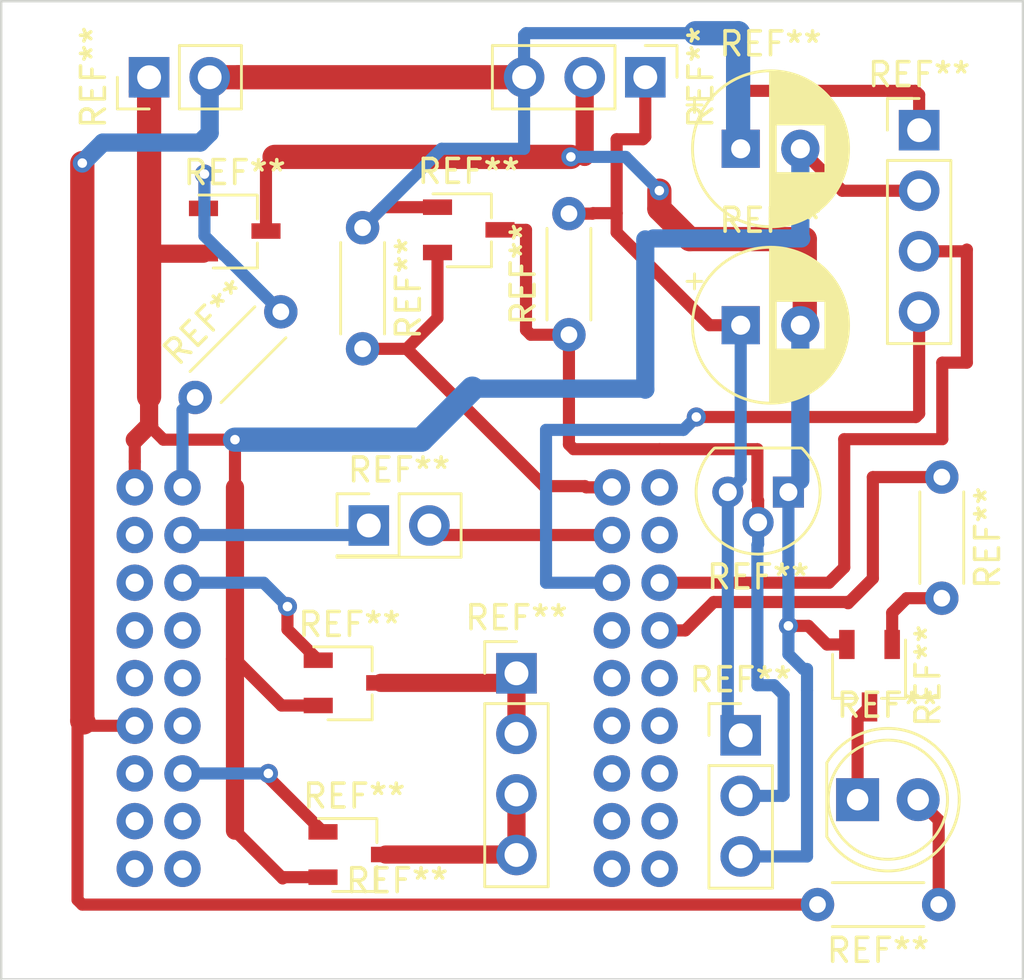
<source format=kicad_pcb>
(kicad_pcb (version 20171130) (host pcbnew "(5.1.10)-1")

  (general
    (thickness 1.6)
    (drawings 4)
    (tracks 205)
    (zones 0)
    (modules 21)
    (nets 1)
  )

  (page A4)
  (layers
    (0 F.Cu signal)
    (31 B.Cu signal)
    (32 B.Adhes user)
    (33 F.Adhes user)
    (34 B.Paste user)
    (35 F.Paste user)
    (36 B.SilkS user)
    (37 F.SilkS user)
    (38 B.Mask user)
    (39 F.Mask user)
    (40 Dwgs.User user)
    (41 Cmts.User user)
    (42 Eco1.User user)
    (43 Eco2.User user)
    (44 Edge.Cuts user)
    (45 Margin user)
    (46 B.CrtYd user)
    (47 F.CrtYd user)
    (48 B.Fab user hide)
    (49 F.Fab user hide)
  )

  (setup
    (last_trace_width 1.016)
    (user_trace_width 0.254)
    (user_trace_width 0.508)
    (user_trace_width 0.762)
    (user_trace_width 1.016)
    (trace_clearance 0.2)
    (zone_clearance 0.508)
    (zone_45_only no)
    (trace_min 0.2)
    (via_size 0.8)
    (via_drill 0.4)
    (via_min_size 0.4)
    (via_min_drill 0.3)
    (user_via 0.8 0.4)
    (uvia_size 0.3)
    (uvia_drill 0.1)
    (uvias_allowed no)
    (uvia_min_size 0.2)
    (uvia_min_drill 0.1)
    (edge_width 0.05)
    (segment_width 0.2)
    (pcb_text_width 0.3)
    (pcb_text_size 1.5 1.5)
    (mod_edge_width 0.12)
    (mod_text_size 1 1)
    (mod_text_width 0.15)
    (pad_size 1.524 1.524)
    (pad_drill 0.762)
    (pad_to_mask_clearance 0.051)
    (solder_mask_min_width 0.25)
    (aux_axis_origin 0 0)
    (visible_elements 7FFFFFFF)
    (pcbplotparams
      (layerselection 0x010f0_ffffffff)
      (usegerberextensions false)
      (usegerberattributes false)
      (usegerberadvancedattributes false)
      (creategerberjobfile false)
      (excludeedgelayer true)
      (linewidth 0.100000)
      (plotframeref false)
      (viasonmask false)
      (mode 1)
      (useauxorigin false)
      (hpglpennumber 1)
      (hpglpenspeed 20)
      (hpglpendiameter 15.000000)
      (psnegative false)
      (psa4output false)
      (plotreference false)
      (plotvalue false)
      (plotinvisibletext false)
      (padsonsilk false)
      (subtractmaskfromsilk false)
      (outputformat 1)
      (mirror false)
      (drillshape 0)
      (scaleselection 1)
      (outputdirectory "plots"))
  )

  (net 0 "")

  (net_class Default "Toto je výchozí třída sítě."
    (clearance 0.2)
    (trace_width 0.25)
    (via_dia 0.8)
    (via_drill 0.4)
    (uvia_dia 0.3)
    (uvia_drill 0.1)
  )

  (module Resistor_THT:R_Axial_DIN0204_L3.6mm_D1.6mm_P5.08mm_Horizontal (layer F.Cu) (tedit 5AE5139B) (tstamp 5F9A21DA)
    (at 160.43 87.96 270)
    (descr "Resistor, Axial_DIN0204 series, Axial, Horizontal, pin pitch=5.08mm, 0.167W, length*diameter=3.6*1.6mm^2, http://cdn-reichelt.de/documents/datenblatt/B400/1_4W%23YAG.pdf")
    (tags "Resistor Axial_DIN0204 series Axial Horizontal pin pitch 5.08mm 0.167W length 3.6mm diameter 1.6mm")
    (fp_text reference REF** (at 2.54 -1.92 90) (layer F.SilkS)
      (effects (font (size 1 1) (thickness 0.15)))
    )
    (fp_text value R_Axial_DIN0204_L3.6mm_D1.6mm_P5.08mm_Horizontal (at 2.54 1.92 90) (layer F.Fab)
      (effects (font (size 1 1) (thickness 0.15)))
    )
    (fp_line (start 6.03 -1.05) (end -0.95 -1.05) (layer F.CrtYd) (width 0.05))
    (fp_line (start 6.03 1.05) (end 6.03 -1.05) (layer F.CrtYd) (width 0.05))
    (fp_line (start -0.95 1.05) (end 6.03 1.05) (layer F.CrtYd) (width 0.05))
    (fp_line (start -0.95 -1.05) (end -0.95 1.05) (layer F.CrtYd) (width 0.05))
    (fp_line (start 0.62 0.92) (end 4.46 0.92) (layer F.SilkS) (width 0.12))
    (fp_line (start 0.62 -0.92) (end 4.46 -0.92) (layer F.SilkS) (width 0.12))
    (fp_line (start 5.08 0) (end 4.34 0) (layer F.Fab) (width 0.1))
    (fp_line (start 0 0) (end 0.74 0) (layer F.Fab) (width 0.1))
    (fp_line (start 4.34 -0.8) (end 0.74 -0.8) (layer F.Fab) (width 0.1))
    (fp_line (start 4.34 0.8) (end 4.34 -0.8) (layer F.Fab) (width 0.1))
    (fp_line (start 0.74 0.8) (end 4.34 0.8) (layer F.Fab) (width 0.1))
    (fp_line (start 0.74 -0.8) (end 0.74 0.8) (layer F.Fab) (width 0.1))
    (fp_text user %R (at 2.54 0 90) (layer F.Fab)
      (effects (font (size 0.72 0.72) (thickness 0.108)))
    )
    (pad 1 thru_hole circle (at 0 0 270) (size 1.4 1.4) (drill 0.7) (layers *.Cu *.Mask))
    (pad 2 thru_hole oval (at 5.08 0 270) (size 1.4 1.4) (drill 0.7) (layers *.Cu *.Mask))
    (model ${KISYS3DMOD}/Resistor_THT.3dshapes/R_Axial_DIN0204_L3.6mm_D1.6mm_P5.08mm_Horizontal.wrl
      (at (xyz 0 0 0))
      (scale (xyz 1 1 1))
      (rotate (xyz 0 0 0))
    )
  )

  (module Resistor_THT:R_Axial_DIN0204_L3.6mm_D1.6mm_P5.08mm_Horizontal (layer F.Cu) (tedit 5AE5139B) (tstamp 5F9A1C70)
    (at 129.13 84.62 45)
    (descr "Resistor, Axial_DIN0204 series, Axial, Horizontal, pin pitch=5.08mm, 0.167W, length*diameter=3.6*1.6mm^2, http://cdn-reichelt.de/documents/datenblatt/B400/1_4W%23YAG.pdf")
    (tags "Resistor Axial_DIN0204 series Axial Horizontal pin pitch 5.08mm 0.167W length 3.6mm diameter 1.6mm")
    (fp_text reference REF** (at 2.54 -1.92 45) (layer F.SilkS)
      (effects (font (size 1 1) (thickness 0.15)))
    )
    (fp_text value R_Axial_DIN0204_L3.6mm_D1.6mm_P5.08mm_Horizontal (at 2.54 1.92 45) (layer F.Fab)
      (effects (font (size 1 1) (thickness 0.15)))
    )
    (fp_line (start 6.03 -1.05) (end -0.95 -1.05) (layer F.CrtYd) (width 0.05))
    (fp_line (start 6.03 1.05) (end 6.03 -1.05) (layer F.CrtYd) (width 0.05))
    (fp_line (start -0.95 1.05) (end 6.03 1.05) (layer F.CrtYd) (width 0.05))
    (fp_line (start -0.95 -1.05) (end -0.95 1.05) (layer F.CrtYd) (width 0.05))
    (fp_line (start 0.62 0.92) (end 4.46 0.92) (layer F.SilkS) (width 0.12))
    (fp_line (start 0.62 -0.92) (end 4.46 -0.92) (layer F.SilkS) (width 0.12))
    (fp_line (start 5.08 0) (end 4.34 0) (layer F.Fab) (width 0.1))
    (fp_line (start 0 0) (end 0.74 0) (layer F.Fab) (width 0.1))
    (fp_line (start 4.34 -0.8) (end 0.74 -0.8) (layer F.Fab) (width 0.1))
    (fp_line (start 4.34 0.8) (end 4.34 -0.8) (layer F.Fab) (width 0.1))
    (fp_line (start 0.74 0.8) (end 4.34 0.8) (layer F.Fab) (width 0.1))
    (fp_line (start 0.74 -0.8) (end 0.74 0.8) (layer F.Fab) (width 0.1))
    (fp_text user %R (at 2.54 0 45) (layer F.Fab)
      (effects (font (size 0.72 0.72) (thickness 0.108)))
    )
    (pad 1 thru_hole circle (at 0 0 45) (size 1.4 1.4) (drill 0.7) (layers *.Cu *.Mask))
    (pad 2 thru_hole oval (at 5.08 0 45) (size 1.4 1.4) (drill 0.7) (layers *.Cu *.Mask))
    (model ${KISYS3DMOD}/Resistor_THT.3dshapes/R_Axial_DIN0204_L3.6mm_D1.6mm_P5.08mm_Horizontal.wrl
      (at (xyz 0 0 0))
      (scale (xyz 1 1 1))
      (rotate (xyz 0 0 0))
    )
  )

  (module Connector_PinHeader_2.54mm:PinHeader_2x01_P2.54mm_Vertical (layer F.Cu) (tedit 59FED5CC) (tstamp 5F9A16C6)
    (at 136.41 89.99)
    (descr "Through hole straight pin header, 2x01, 2.54mm pitch, double rows")
    (tags "Through hole pin header THT 2x01 2.54mm double row")
    (fp_text reference REF** (at 1.27 -2.33) (layer F.SilkS)
      (effects (font (size 1 1) (thickness 0.15)))
    )
    (fp_text value PinHeader_2x01_P2.54mm_Vertical (at 1.27 2.33) (layer F.Fab)
      (effects (font (size 1 1) (thickness 0.15)))
    )
    (fp_line (start 0 -1.27) (end 3.81 -1.27) (layer F.Fab) (width 0.1))
    (fp_line (start 3.81 -1.27) (end 3.81 1.27) (layer F.Fab) (width 0.1))
    (fp_line (start 3.81 1.27) (end -1.27 1.27) (layer F.Fab) (width 0.1))
    (fp_line (start -1.27 1.27) (end -1.27 0) (layer F.Fab) (width 0.1))
    (fp_line (start -1.27 0) (end 0 -1.27) (layer F.Fab) (width 0.1))
    (fp_line (start -1.33 1.33) (end 3.87 1.33) (layer F.SilkS) (width 0.12))
    (fp_line (start -1.33 1.27) (end -1.33 1.33) (layer F.SilkS) (width 0.12))
    (fp_line (start 3.87 -1.33) (end 3.87 1.33) (layer F.SilkS) (width 0.12))
    (fp_line (start -1.33 1.27) (end 1.27 1.27) (layer F.SilkS) (width 0.12))
    (fp_line (start 1.27 1.27) (end 1.27 -1.33) (layer F.SilkS) (width 0.12))
    (fp_line (start 1.27 -1.33) (end 3.87 -1.33) (layer F.SilkS) (width 0.12))
    (fp_line (start -1.33 0) (end -1.33 -1.33) (layer F.SilkS) (width 0.12))
    (fp_line (start -1.33 -1.33) (end 0 -1.33) (layer F.SilkS) (width 0.12))
    (fp_line (start -1.8 -1.8) (end -1.8 1.8) (layer F.CrtYd) (width 0.05))
    (fp_line (start -1.8 1.8) (end 4.35 1.8) (layer F.CrtYd) (width 0.05))
    (fp_line (start 4.35 1.8) (end 4.35 -1.8) (layer F.CrtYd) (width 0.05))
    (fp_line (start 4.35 -1.8) (end -1.8 -1.8) (layer F.CrtYd) (width 0.05))
    (fp_text user %R (at 1.27 0 90) (layer F.Fab)
      (effects (font (size 1 1) (thickness 0.15)))
    )
    (pad 2 thru_hole oval (at 2.54 0) (size 1.7 1.7) (drill 1) (layers *.Cu *.Mask))
    (pad 1 thru_hole rect (at 0 0) (size 1.7 1.7) (drill 1) (layers *.Cu *.Mask))
    (model ${KISYS3DMOD}/Connector_PinHeader_2.54mm.3dshapes/PinHeader_2x01_P2.54mm_Vertical.wrl
      (at (xyz 0 0 0))
      (scale (xyz 1 1 1))
      (rotate (xyz 0 0 0))
    )
  )

  (module LED_THT:LED_D5.0mm (layer F.Cu) (tedit 5995936A) (tstamp 5F938953)
    (at 156.9 101.49)
    (descr "LED, diameter 5.0mm, 2 pins, http://cdn-reichelt.de/documents/datenblatt/A500/LL-504BC2E-009.pdf")
    (tags "LED diameter 5.0mm 2 pins")
    (fp_text reference REF** (at 1.27 -3.96) (layer F.SilkS)
      (effects (font (size 1 1) (thickness 0.15)))
    )
    (fp_text value LED_D5.0mm (at 1.27 3.96) (layer F.Fab)
      (effects (font (size 1 1) (thickness 0.15)))
    )
    (fp_circle (center 1.27 0) (end 3.77 0) (layer F.Fab) (width 0.1))
    (fp_circle (center 1.27 0) (end 3.77 0) (layer F.SilkS) (width 0.12))
    (fp_line (start -1.23 -1.469694) (end -1.23 1.469694) (layer F.Fab) (width 0.1))
    (fp_line (start -1.29 -1.545) (end -1.29 1.545) (layer F.SilkS) (width 0.12))
    (fp_line (start -1.95 -3.25) (end -1.95 3.25) (layer F.CrtYd) (width 0.05))
    (fp_line (start -1.95 3.25) (end 4.5 3.25) (layer F.CrtYd) (width 0.05))
    (fp_line (start 4.5 3.25) (end 4.5 -3.25) (layer F.CrtYd) (width 0.05))
    (fp_line (start 4.5 -3.25) (end -1.95 -3.25) (layer F.CrtYd) (width 0.05))
    (fp_text user %R (at 1.25 0) (layer F.Fab)
      (effects (font (size 0.8 0.8) (thickness 0.2)))
    )
    (fp_arc (start 1.27 0) (end -1.29 1.54483) (angle -148.9) (layer F.SilkS) (width 0.12))
    (fp_arc (start 1.27 0) (end -1.29 -1.54483) (angle 148.9) (layer F.SilkS) (width 0.12))
    (fp_arc (start 1.27 0) (end -1.23 -1.469694) (angle 299.1) (layer F.Fab) (width 0.1))
    (pad 2 thru_hole circle (at 2.54 0) (size 1.8 1.8) (drill 0.9) (layers *.Cu *.Mask))
    (pad 1 thru_hole rect (at 0 0) (size 1.8 1.8) (drill 0.9) (layers *.Cu *.Mask))
    (model ${KISYS3DMOD}/LED_THT.3dshapes/LED_D5.0mm.wrl
      (at (xyz 0 0 0))
      (scale (xyz 1 1 1))
      (rotate (xyz 0 0 0))
    )
  )

  (module Resistor_THT:R_Axial_DIN0204_L3.6mm_D1.6mm_P5.08mm_Horizontal (layer F.Cu) (tedit 5AE5139B) (tstamp 5F938890)
    (at 160.3 105.89 180)
    (descr "Resistor, Axial_DIN0204 series, Axial, Horizontal, pin pitch=5.08mm, 0.167W, length*diameter=3.6*1.6mm^2, http://cdn-reichelt.de/documents/datenblatt/B400/1_4W%23YAG.pdf")
    (tags "Resistor Axial_DIN0204 series Axial Horizontal pin pitch 5.08mm 0.167W length 3.6mm diameter 1.6mm")
    (fp_text reference REF** (at 2.54 -1.92) (layer F.SilkS)
      (effects (font (size 1 1) (thickness 0.15)))
    )
    (fp_text value R_Axial_DIN0204_L3.6mm_D1.6mm_P5.08mm_Horizontal (at 2.54 1.92) (layer F.Fab)
      (effects (font (size 1 1) (thickness 0.15)))
    )
    (fp_line (start 6.03 -1.05) (end -0.95 -1.05) (layer F.CrtYd) (width 0.05))
    (fp_line (start 6.03 1.05) (end 6.03 -1.05) (layer F.CrtYd) (width 0.05))
    (fp_line (start -0.95 1.05) (end 6.03 1.05) (layer F.CrtYd) (width 0.05))
    (fp_line (start -0.95 -1.05) (end -0.95 1.05) (layer F.CrtYd) (width 0.05))
    (fp_line (start 0.62 0.92) (end 4.46 0.92) (layer F.SilkS) (width 0.12))
    (fp_line (start 0.62 -0.92) (end 4.46 -0.92) (layer F.SilkS) (width 0.12))
    (fp_line (start 5.08 0) (end 4.34 0) (layer F.Fab) (width 0.1))
    (fp_line (start 0 0) (end 0.74 0) (layer F.Fab) (width 0.1))
    (fp_line (start 4.34 -0.8) (end 0.74 -0.8) (layer F.Fab) (width 0.1))
    (fp_line (start 4.34 0.8) (end 4.34 -0.8) (layer F.Fab) (width 0.1))
    (fp_line (start 0.74 0.8) (end 4.34 0.8) (layer F.Fab) (width 0.1))
    (fp_line (start 0.74 -0.8) (end 0.74 0.8) (layer F.Fab) (width 0.1))
    (fp_text user %R (at 2.54 0) (layer F.Fab)
      (effects (font (size 0.72 0.72) (thickness 0.108)))
    )
    (pad 1 thru_hole circle (at 0 0 180) (size 1.4 1.4) (drill 0.7) (layers *.Cu *.Mask))
    (pad 2 thru_hole oval (at 5.08 0 180) (size 1.4 1.4) (drill 0.7) (layers *.Cu *.Mask))
    (model ${KISYS3DMOD}/Resistor_THT.3dshapes/R_Axial_DIN0204_L3.6mm_D1.6mm_P5.08mm_Horizontal.wrl
      (at (xyz 0 0 0))
      (scale (xyz 1 1 1))
      (rotate (xyz 0 0 0))
    )
  )

  (module Package_TO_SOT_THT:TO-92 (layer F.Cu) (tedit 5A279852) (tstamp 5F90C0D1)
    (at 154 88.59 180)
    (descr "TO-92 leads molded, narrow, drill 0.75mm (see NXP sot054_po.pdf)")
    (tags "to-92 sc-43 sc-43a sot54 PA33 transistor")
    (fp_text reference REF** (at 1.27 -3.56) (layer F.SilkS)
      (effects (font (size 1 1) (thickness 0.15)))
    )
    (fp_text value TO-92 (at 1.27 2.79) (layer F.Fab)
      (effects (font (size 1 1) (thickness 0.15)))
    )
    (fp_line (start 4 2.01) (end -1.46 2.01) (layer F.CrtYd) (width 0.05))
    (fp_line (start 4 2.01) (end 4 -2.73) (layer F.CrtYd) (width 0.05))
    (fp_line (start -1.46 -2.73) (end -1.46 2.01) (layer F.CrtYd) (width 0.05))
    (fp_line (start -1.46 -2.73) (end 4 -2.73) (layer F.CrtYd) (width 0.05))
    (fp_line (start -0.5 1.75) (end 3 1.75) (layer F.Fab) (width 0.1))
    (fp_line (start -0.53 1.85) (end 3.07 1.85) (layer F.SilkS) (width 0.12))
    (fp_text user %R (at 1.27 -3.56) (layer F.Fab)
      (effects (font (size 1 1) (thickness 0.15)))
    )
    (fp_arc (start 1.27 0) (end 1.27 -2.48) (angle 135) (layer F.Fab) (width 0.1))
    (fp_arc (start 1.27 0) (end 1.27 -2.6) (angle -135) (layer F.SilkS) (width 0.12))
    (fp_arc (start 1.27 0) (end 1.27 -2.48) (angle -135) (layer F.Fab) (width 0.1))
    (fp_arc (start 1.27 0) (end 1.27 -2.6) (angle 135) (layer F.SilkS) (width 0.12))
    (pad 2 thru_hole circle (at 1.27 -1.27 270) (size 1.3 1.3) (drill 0.75) (layers *.Cu *.Mask))
    (pad 3 thru_hole circle (at 2.54 0 270) (size 1.3 1.3) (drill 0.75) (layers *.Cu *.Mask))
    (pad 1 thru_hole rect (at 0 0 270) (size 1.3 1.3) (drill 0.75) (layers *.Cu *.Mask))
    (model ${KISYS3DMOD}/Package_TO_SOT_THT.3dshapes/TO-92.wrl
      (at (xyz 0 0 0))
      (scale (xyz 1 1 1))
      (rotate (xyz 0 0 0))
    )
  )

  (module Package_TO_SOT_SMD:TSOT-23 (layer F.Cu) (tedit 5A02FF57) (tstamp 5F932F60)
    (at 157.4 96.29 270)
    (descr "3-pin TSOT23 package, http://www.analog.com.tw/pdf/All_In_One.pdf")
    (tags TSOT-23)
    (attr smd)
    (fp_text reference REF** (at 0 -2.45 90) (layer F.SilkS)
      (effects (font (size 1 1) (thickness 0.15)))
    )
    (fp_text value TSOT-23 (at 0 2.5 90) (layer F.Fab)
      (effects (font (size 1 1) (thickness 0.15)))
    )
    (fp_line (start 0.95 0.5) (end 0.95 1.55) (layer F.SilkS) (width 0.12))
    (fp_line (start 0.95 1.55) (end -0.9 1.55) (layer F.SilkS) (width 0.12))
    (fp_line (start 0.95 -1.5) (end 0.95 -0.5) (layer F.SilkS) (width 0.12))
    (fp_line (start 0.93 -1.51) (end -1.5 -1.51) (layer F.SilkS) (width 0.12))
    (fp_line (start -0.88 -1) (end -0.43 -1.45) (layer F.Fab) (width 0.1))
    (fp_line (start 0.88 -1.45) (end -0.43 -1.45) (layer F.Fab) (width 0.1))
    (fp_line (start -0.88 -1) (end -0.88 1.45) (layer F.Fab) (width 0.1))
    (fp_line (start 0.88 1.45) (end -0.88 1.45) (layer F.Fab) (width 0.1))
    (fp_line (start 0.88 -1.45) (end 0.88 1.45) (layer F.Fab) (width 0.1))
    (fp_line (start -2.17 -1.7) (end 2.17 -1.7) (layer F.CrtYd) (width 0.05))
    (fp_line (start -2.17 -1.7) (end -2.17 1.7) (layer F.CrtYd) (width 0.05))
    (fp_line (start 2.17 1.7) (end 2.17 -1.7) (layer F.CrtYd) (width 0.05))
    (fp_line (start 2.17 1.7) (end -2.17 1.7) (layer F.CrtYd) (width 0.05))
    (fp_text user %R (at 0 0) (layer F.Fab)
      (effects (font (size 0.5 0.5) (thickness 0.075)))
    )
    (pad 3 smd rect (at 1.31 0 270) (size 1.22 0.65) (layers F.Cu F.Paste F.Mask))
    (pad 2 smd rect (at -1.31 0.95 270) (size 1.22 0.65) (layers F.Cu F.Paste F.Mask))
    (pad 1 smd rect (at -1.31 -0.95 270) (size 1.22 0.65) (layers F.Cu F.Paste F.Mask))
    (model ${KISYS3DMOD}/Package_TO_SOT_SMD.3dshapes/TSOT-23.wrl
      (at (xyz 0 0 0))
      (scale (xyz 1 1 1))
      (rotate (xyz 0 0 0))
    )
  )

  (module Connector_PinHeader_2.54mm:PinHeader_1x04_P2.54mm_Vertical (layer F.Cu) (tedit 59FED5CC) (tstamp 5F932D3D)
    (at 159.48 73.41)
    (descr "Through hole straight pin header, 1x04, 2.54mm pitch, single row")
    (tags "Through hole pin header THT 1x04 2.54mm single row")
    (fp_text reference REF** (at 0 -2.33) (layer F.SilkS)
      (effects (font (size 1 1) (thickness 0.15)))
    )
    (fp_text value PinHeader_1x04_P2.54mm_Vertical (at 0 9.95) (layer F.Fab)
      (effects (font (size 1 1) (thickness 0.15)))
    )
    (fp_line (start -0.635 -1.27) (end 1.27 -1.27) (layer F.Fab) (width 0.1))
    (fp_line (start 1.27 -1.27) (end 1.27 8.89) (layer F.Fab) (width 0.1))
    (fp_line (start 1.27 8.89) (end -1.27 8.89) (layer F.Fab) (width 0.1))
    (fp_line (start -1.27 8.89) (end -1.27 -0.635) (layer F.Fab) (width 0.1))
    (fp_line (start -1.27 -0.635) (end -0.635 -1.27) (layer F.Fab) (width 0.1))
    (fp_line (start -1.33 8.95) (end 1.33 8.95) (layer F.SilkS) (width 0.12))
    (fp_line (start -1.33 1.27) (end -1.33 8.95) (layer F.SilkS) (width 0.12))
    (fp_line (start 1.33 1.27) (end 1.33 8.95) (layer F.SilkS) (width 0.12))
    (fp_line (start -1.33 1.27) (end 1.33 1.27) (layer F.SilkS) (width 0.12))
    (fp_line (start -1.33 0) (end -1.33 -1.33) (layer F.SilkS) (width 0.12))
    (fp_line (start -1.33 -1.33) (end 0 -1.33) (layer F.SilkS) (width 0.12))
    (fp_line (start -1.8 -1.8) (end -1.8 9.4) (layer F.CrtYd) (width 0.05))
    (fp_line (start -1.8 9.4) (end 1.8 9.4) (layer F.CrtYd) (width 0.05))
    (fp_line (start 1.8 9.4) (end 1.8 -1.8) (layer F.CrtYd) (width 0.05))
    (fp_line (start 1.8 -1.8) (end -1.8 -1.8) (layer F.CrtYd) (width 0.05))
    (fp_text user %R (at 0 3.81 90) (layer F.Fab)
      (effects (font (size 1 1) (thickness 0.15)))
    )
    (pad 4 thru_hole oval (at 0 7.62) (size 1.7 1.7) (drill 1) (layers *.Cu *.Mask))
    (pad 3 thru_hole oval (at 0 5.08) (size 1.7 1.7) (drill 1) (layers *.Cu *.Mask))
    (pad 2 thru_hole oval (at 0 2.54) (size 1.7 1.7) (drill 1) (layers *.Cu *.Mask))
    (pad 1 thru_hole rect (at 0 0) (size 1.7 1.7) (drill 1) (layers *.Cu *.Mask))
    (model ${KISYS3DMOD}/Connector_PinHeader_2.54mm.3dshapes/PinHeader_1x04_P2.54mm_Vertical.wrl
      (at (xyz 0 0 0))
      (scale (xyz 1 1 1))
      (rotate (xyz 0 0 0))
    )
  )

  (module CoreBoard:CoreBoardSocket (layer F.Cu) (tedit 5E3DD545) (tstamp 5F90C005)
    (at 137.6 104.39)
    (fp_text reference REF** (at 0 0.5) (layer F.SilkS)
      (effects (font (size 1 1) (thickness 0.15)))
    )
    (fp_text value CoreBoardSocket (at 0 -0.5) (layer F.Fab)
      (effects (font (size 1 1) (thickness 0.15)))
    )
    (fp_line (start -12.25 -31.01) (end -12.25 1.25) (layer F.CrtYd) (width 0.12))
    (fp_line (start -12.25 -31.01) (end 12.25 -31.01) (layer F.CrtYd) (width 0.12))
    (fp_line (start -12.25 1.25) (end 12.25 1.25) (layer F.CrtYd) (width 0.12))
    (fp_line (start 12.25 1.25) (end 12.25 -31.01) (layer F.CrtYd) (width 0.12))
    (pad 36 thru_hole circle (at 11 0) (size 1.524 1.524) (drill 0.762) (layers *.Cu *.Mask))
    (pad 35 thru_hole circle (at 11 -2) (size 1.524 1.524) (drill 0.762) (layers *.Cu *.Mask))
    (pad 34 thru_hole circle (at 11 -4) (size 1.524 1.524) (drill 0.762) (layers *.Cu *.Mask))
    (pad 33 thru_hole circle (at 11 -6) (size 1.524 1.524) (drill 0.762) (layers *.Cu *.Mask))
    (pad 32 thru_hole circle (at 11 -8) (size 1.524 1.524) (drill 0.762) (layers *.Cu *.Mask))
    (pad 30 thru_hole circle (at 11 -10) (size 1.524 1.524) (drill 0.762) (layers *.Cu *.Mask))
    (pad 29 thru_hole circle (at 11 -12) (size 1.524 1.524) (drill 0.762) (layers *.Cu *.Mask))
    (pad 28 thru_hole circle (at 11 -14) (size 1.524 1.524) (drill 0.762) (layers *.Cu *.Mask))
    (pad 31 thru_hole circle (at 11 -16) (size 1.524 1.524) (drill 0.762) (layers *.Cu *.Mask))
    (pad 27 thru_hole circle (at 9 0) (size 1.524 1.524) (drill 0.762) (layers *.Cu *.Mask))
    (pad 26 thru_hole circle (at 9 -2) (size 1.524 1.524) (drill 0.762) (layers *.Cu *.Mask))
    (pad 25 thru_hole circle (at 9 -4) (size 1.524 1.524) (drill 0.762) (layers *.Cu *.Mask))
    (pad 24 thru_hole circle (at 9 -6) (size 1.524 1.524) (drill 0.762) (layers *.Cu *.Mask))
    (pad 23 thru_hole circle (at 9 -8) (size 1.524 1.524) (drill 0.762) (layers *.Cu *.Mask))
    (pad 22 thru_hole circle (at 9 -10) (size 1.524 1.524) (drill 0.762) (layers *.Cu *.Mask))
    (pad 20 thru_hole circle (at 9 -12) (size 1.524 1.524) (drill 0.762) (layers *.Cu *.Mask))
    (pad 21 thru_hole circle (at 9 -14) (size 1.524 1.524) (drill 0.762) (layers *.Cu *.Mask))
    (pad 19 thru_hole circle (at 9 -16) (size 1.524 1.524) (drill 0.762) (layers *.Cu *.Mask))
    (pad 18 thru_hole circle (at -9 0) (size 1.524 1.524) (drill 0.762) (layers *.Cu *.Mask))
    (pad 17 thru_hole circle (at -9 -2) (size 1.524 1.524) (drill 0.762) (layers *.Cu *.Mask))
    (pad 16 thru_hole circle (at -9 -4) (size 1.524 1.524) (drill 0.762) (layers *.Cu *.Mask))
    (pad 15 thru_hole circle (at -9 -6) (size 1.524 1.524) (drill 0.762) (layers *.Cu *.Mask))
    (pad 14 thru_hole circle (at -9 -8) (size 1.524 1.524) (drill 0.762) (layers *.Cu *.Mask))
    (pad 13 thru_hole circle (at -9 -10) (size 1.524 1.524) (drill 0.762) (layers *.Cu *.Mask))
    (pad 12 thru_hole circle (at -9 -12) (size 1.524 1.524) (drill 0.762) (layers *.Cu *.Mask))
    (pad 11 thru_hole circle (at -9 -14) (size 1.524 1.524) (drill 0.762) (layers *.Cu *.Mask))
    (pad 10 thru_hole circle (at -9 -16) (size 1.524 1.524) (drill 0.762) (layers *.Cu *.Mask))
    (pad 9 thru_hole circle (at -11 0) (size 1.524 1.524) (drill 0.762) (layers *.Cu *.Mask))
    (pad 8 thru_hole circle (at -11 -2) (size 1.524 1.524) (drill 0.762) (layers *.Cu *.Mask))
    (pad 7 thru_hole circle (at -11 -4) (size 1.524 1.524) (drill 0.762) (layers *.Cu *.Mask))
    (pad 6 thru_hole circle (at -11 -6) (size 1.524 1.524) (drill 0.762) (layers *.Cu *.Mask))
    (pad 5 thru_hole circle (at -11 -8) (size 1.524 1.524) (drill 0.762) (layers *.Cu *.Mask))
    (pad 4 thru_hole circle (at -11 -10) (size 1.524 1.524) (drill 0.762) (layers *.Cu *.Mask))
    (pad 3 thru_hole circle (at -11 -12) (size 1.524 1.524) (drill 0.762) (layers *.Cu *.Mask))
    (pad 2 thru_hole circle (at -11 -14) (size 1.524 1.524) (drill 0.762) (layers *.Cu *.Mask))
    (pad 1 thru_hole circle (at -11 -16) (size 1.524 1.524) (drill 0.762) (layers *.Cu *.Mask))
  )

  (module Connector_PinHeader_2.54mm:PinHeader_1x03_P2.54mm_Vertical (layer F.Cu) (tedit 59FED5CC) (tstamp 5F90C175)
    (at 148 71.19 270)
    (descr "Through hole straight pin header, 1x03, 2.54mm pitch, single row")
    (tags "Through hole pin header THT 1x03 2.54mm single row")
    (fp_text reference REF** (at 0 -2.33 270) (layer F.SilkS)
      (effects (font (size 1 1) (thickness 0.15)))
    )
    (fp_text value PinHeader_1x03_P2.54mm_Vertical (at 0 7.41 270) (layer F.Fab)
      (effects (font (size 1 1) (thickness 0.15)))
    )
    (fp_line (start -0.635 -1.27) (end 1.27 -1.27) (layer F.Fab) (width 0.1))
    (fp_line (start 1.27 -1.27) (end 1.27 6.35) (layer F.Fab) (width 0.1))
    (fp_line (start 1.27 6.35) (end -1.27 6.35) (layer F.Fab) (width 0.1))
    (fp_line (start -1.27 6.35) (end -1.27 -0.635) (layer F.Fab) (width 0.1))
    (fp_line (start -1.27 -0.635) (end -0.635 -1.27) (layer F.Fab) (width 0.1))
    (fp_line (start -1.33 6.41) (end 1.33 6.41) (layer F.SilkS) (width 0.12))
    (fp_line (start -1.33 1.27) (end -1.33 6.41) (layer F.SilkS) (width 0.12))
    (fp_line (start 1.33 1.27) (end 1.33 6.41) (layer F.SilkS) (width 0.12))
    (fp_line (start -1.33 1.27) (end 1.33 1.27) (layer F.SilkS) (width 0.12))
    (fp_line (start -1.33 0) (end -1.33 -1.33) (layer F.SilkS) (width 0.12))
    (fp_line (start -1.33 -1.33) (end 0 -1.33) (layer F.SilkS) (width 0.12))
    (fp_line (start -1.8 -1.8) (end -1.8 6.85) (layer F.CrtYd) (width 0.05))
    (fp_line (start -1.8 6.85) (end 1.8 6.85) (layer F.CrtYd) (width 0.05))
    (fp_line (start 1.8 6.85) (end 1.8 -1.8) (layer F.CrtYd) (width 0.05))
    (fp_line (start 1.8 -1.8) (end -1.8 -1.8) (layer F.CrtYd) (width 0.05))
    (fp_text user %R (at 0 2.54) (layer F.Fab)
      (effects (font (size 1 1) (thickness 0.15)))
    )
    (pad 3 thru_hole oval (at 0 5.08 270) (size 1.7 1.7) (drill 1) (layers *.Cu *.Mask))
    (pad 2 thru_hole oval (at 0 2.54 270) (size 1.7 1.7) (drill 1) (layers *.Cu *.Mask))
    (pad 1 thru_hole rect (at 0 0 270) (size 1.7 1.7) (drill 1) (layers *.Cu *.Mask))
    (model ${KISYS3DMOD}/Connector_PinHeader_2.54mm.3dshapes/PinHeader_1x03_P2.54mm_Vertical.wrl
      (at (xyz 0 0 0))
      (scale (xyz 1 1 1))
      (rotate (xyz 0 0 0))
    )
  )

  (module Capacitor_THT:CP_Radial_D6.3mm_P2.50mm (layer F.Cu) (tedit 5AE50EF0) (tstamp 5F90C0E2)
    (at 152 81.59)
    (descr "CP, Radial series, Radial, pin pitch=2.50mm, , diameter=6.3mm, Electrolytic Capacitor")
    (tags "CP Radial series Radial pin pitch 2.50mm  diameter 6.3mm Electrolytic Capacitor")
    (fp_text reference REF** (at 1.25 -4.4) (layer F.SilkS)
      (effects (font (size 1 1) (thickness 0.15)))
    )
    (fp_text value CP_Radial_D6.3mm_P2.50mm (at 1.25 4.4) (layer F.Fab)
      (effects (font (size 1 1) (thickness 0.15)))
    )
    (fp_circle (center 1.25 0) (end 4.4 0) (layer F.Fab) (width 0.1))
    (fp_circle (center 1.25 0) (end 4.52 0) (layer F.SilkS) (width 0.12))
    (fp_circle (center 1.25 0) (end 4.65 0) (layer F.CrtYd) (width 0.05))
    (fp_line (start -1.443972 -1.3735) (end -0.813972 -1.3735) (layer F.Fab) (width 0.1))
    (fp_line (start -1.128972 -1.6885) (end -1.128972 -1.0585) (layer F.Fab) (width 0.1))
    (fp_line (start 1.25 -3.23) (end 1.25 3.23) (layer F.SilkS) (width 0.12))
    (fp_line (start 1.29 -3.23) (end 1.29 3.23) (layer F.SilkS) (width 0.12))
    (fp_line (start 1.33 -3.23) (end 1.33 3.23) (layer F.SilkS) (width 0.12))
    (fp_line (start 1.37 -3.228) (end 1.37 3.228) (layer F.SilkS) (width 0.12))
    (fp_line (start 1.41 -3.227) (end 1.41 3.227) (layer F.SilkS) (width 0.12))
    (fp_line (start 1.45 -3.224) (end 1.45 3.224) (layer F.SilkS) (width 0.12))
    (fp_line (start 1.49 -3.222) (end 1.49 -1.04) (layer F.SilkS) (width 0.12))
    (fp_line (start 1.49 1.04) (end 1.49 3.222) (layer F.SilkS) (width 0.12))
    (fp_line (start 1.53 -3.218) (end 1.53 -1.04) (layer F.SilkS) (width 0.12))
    (fp_line (start 1.53 1.04) (end 1.53 3.218) (layer F.SilkS) (width 0.12))
    (fp_line (start 1.57 -3.215) (end 1.57 -1.04) (layer F.SilkS) (width 0.12))
    (fp_line (start 1.57 1.04) (end 1.57 3.215) (layer F.SilkS) (width 0.12))
    (fp_line (start 1.61 -3.211) (end 1.61 -1.04) (layer F.SilkS) (width 0.12))
    (fp_line (start 1.61 1.04) (end 1.61 3.211) (layer F.SilkS) (width 0.12))
    (fp_line (start 1.65 -3.206) (end 1.65 -1.04) (layer F.SilkS) (width 0.12))
    (fp_line (start 1.65 1.04) (end 1.65 3.206) (layer F.SilkS) (width 0.12))
    (fp_line (start 1.69 -3.201) (end 1.69 -1.04) (layer F.SilkS) (width 0.12))
    (fp_line (start 1.69 1.04) (end 1.69 3.201) (layer F.SilkS) (width 0.12))
    (fp_line (start 1.73 -3.195) (end 1.73 -1.04) (layer F.SilkS) (width 0.12))
    (fp_line (start 1.73 1.04) (end 1.73 3.195) (layer F.SilkS) (width 0.12))
    (fp_line (start 1.77 -3.189) (end 1.77 -1.04) (layer F.SilkS) (width 0.12))
    (fp_line (start 1.77 1.04) (end 1.77 3.189) (layer F.SilkS) (width 0.12))
    (fp_line (start 1.81 -3.182) (end 1.81 -1.04) (layer F.SilkS) (width 0.12))
    (fp_line (start 1.81 1.04) (end 1.81 3.182) (layer F.SilkS) (width 0.12))
    (fp_line (start 1.85 -3.175) (end 1.85 -1.04) (layer F.SilkS) (width 0.12))
    (fp_line (start 1.85 1.04) (end 1.85 3.175) (layer F.SilkS) (width 0.12))
    (fp_line (start 1.89 -3.167) (end 1.89 -1.04) (layer F.SilkS) (width 0.12))
    (fp_line (start 1.89 1.04) (end 1.89 3.167) (layer F.SilkS) (width 0.12))
    (fp_line (start 1.93 -3.159) (end 1.93 -1.04) (layer F.SilkS) (width 0.12))
    (fp_line (start 1.93 1.04) (end 1.93 3.159) (layer F.SilkS) (width 0.12))
    (fp_line (start 1.971 -3.15) (end 1.971 -1.04) (layer F.SilkS) (width 0.12))
    (fp_line (start 1.971 1.04) (end 1.971 3.15) (layer F.SilkS) (width 0.12))
    (fp_line (start 2.011 -3.141) (end 2.011 -1.04) (layer F.SilkS) (width 0.12))
    (fp_line (start 2.011 1.04) (end 2.011 3.141) (layer F.SilkS) (width 0.12))
    (fp_line (start 2.051 -3.131) (end 2.051 -1.04) (layer F.SilkS) (width 0.12))
    (fp_line (start 2.051 1.04) (end 2.051 3.131) (layer F.SilkS) (width 0.12))
    (fp_line (start 2.091 -3.121) (end 2.091 -1.04) (layer F.SilkS) (width 0.12))
    (fp_line (start 2.091 1.04) (end 2.091 3.121) (layer F.SilkS) (width 0.12))
    (fp_line (start 2.131 -3.11) (end 2.131 -1.04) (layer F.SilkS) (width 0.12))
    (fp_line (start 2.131 1.04) (end 2.131 3.11) (layer F.SilkS) (width 0.12))
    (fp_line (start 2.171 -3.098) (end 2.171 -1.04) (layer F.SilkS) (width 0.12))
    (fp_line (start 2.171 1.04) (end 2.171 3.098) (layer F.SilkS) (width 0.12))
    (fp_line (start 2.211 -3.086) (end 2.211 -1.04) (layer F.SilkS) (width 0.12))
    (fp_line (start 2.211 1.04) (end 2.211 3.086) (layer F.SilkS) (width 0.12))
    (fp_line (start 2.251 -3.074) (end 2.251 -1.04) (layer F.SilkS) (width 0.12))
    (fp_line (start 2.251 1.04) (end 2.251 3.074) (layer F.SilkS) (width 0.12))
    (fp_line (start 2.291 -3.061) (end 2.291 -1.04) (layer F.SilkS) (width 0.12))
    (fp_line (start 2.291 1.04) (end 2.291 3.061) (layer F.SilkS) (width 0.12))
    (fp_line (start 2.331 -3.047) (end 2.331 -1.04) (layer F.SilkS) (width 0.12))
    (fp_line (start 2.331 1.04) (end 2.331 3.047) (layer F.SilkS) (width 0.12))
    (fp_line (start 2.371 -3.033) (end 2.371 -1.04) (layer F.SilkS) (width 0.12))
    (fp_line (start 2.371 1.04) (end 2.371 3.033) (layer F.SilkS) (width 0.12))
    (fp_line (start 2.411 -3.018) (end 2.411 -1.04) (layer F.SilkS) (width 0.12))
    (fp_line (start 2.411 1.04) (end 2.411 3.018) (layer F.SilkS) (width 0.12))
    (fp_line (start 2.451 -3.002) (end 2.451 -1.04) (layer F.SilkS) (width 0.12))
    (fp_line (start 2.451 1.04) (end 2.451 3.002) (layer F.SilkS) (width 0.12))
    (fp_line (start 2.491 -2.986) (end 2.491 -1.04) (layer F.SilkS) (width 0.12))
    (fp_line (start 2.491 1.04) (end 2.491 2.986) (layer F.SilkS) (width 0.12))
    (fp_line (start 2.531 -2.97) (end 2.531 -1.04) (layer F.SilkS) (width 0.12))
    (fp_line (start 2.531 1.04) (end 2.531 2.97) (layer F.SilkS) (width 0.12))
    (fp_line (start 2.571 -2.952) (end 2.571 -1.04) (layer F.SilkS) (width 0.12))
    (fp_line (start 2.571 1.04) (end 2.571 2.952) (layer F.SilkS) (width 0.12))
    (fp_line (start 2.611 -2.934) (end 2.611 -1.04) (layer F.SilkS) (width 0.12))
    (fp_line (start 2.611 1.04) (end 2.611 2.934) (layer F.SilkS) (width 0.12))
    (fp_line (start 2.651 -2.916) (end 2.651 -1.04) (layer F.SilkS) (width 0.12))
    (fp_line (start 2.651 1.04) (end 2.651 2.916) (layer F.SilkS) (width 0.12))
    (fp_line (start 2.691 -2.896) (end 2.691 -1.04) (layer F.SilkS) (width 0.12))
    (fp_line (start 2.691 1.04) (end 2.691 2.896) (layer F.SilkS) (width 0.12))
    (fp_line (start 2.731 -2.876) (end 2.731 -1.04) (layer F.SilkS) (width 0.12))
    (fp_line (start 2.731 1.04) (end 2.731 2.876) (layer F.SilkS) (width 0.12))
    (fp_line (start 2.771 -2.856) (end 2.771 -1.04) (layer F.SilkS) (width 0.12))
    (fp_line (start 2.771 1.04) (end 2.771 2.856) (layer F.SilkS) (width 0.12))
    (fp_line (start 2.811 -2.834) (end 2.811 -1.04) (layer F.SilkS) (width 0.12))
    (fp_line (start 2.811 1.04) (end 2.811 2.834) (layer F.SilkS) (width 0.12))
    (fp_line (start 2.851 -2.812) (end 2.851 -1.04) (layer F.SilkS) (width 0.12))
    (fp_line (start 2.851 1.04) (end 2.851 2.812) (layer F.SilkS) (width 0.12))
    (fp_line (start 2.891 -2.79) (end 2.891 -1.04) (layer F.SilkS) (width 0.12))
    (fp_line (start 2.891 1.04) (end 2.891 2.79) (layer F.SilkS) (width 0.12))
    (fp_line (start 2.931 -2.766) (end 2.931 -1.04) (layer F.SilkS) (width 0.12))
    (fp_line (start 2.931 1.04) (end 2.931 2.766) (layer F.SilkS) (width 0.12))
    (fp_line (start 2.971 -2.742) (end 2.971 -1.04) (layer F.SilkS) (width 0.12))
    (fp_line (start 2.971 1.04) (end 2.971 2.742) (layer F.SilkS) (width 0.12))
    (fp_line (start 3.011 -2.716) (end 3.011 -1.04) (layer F.SilkS) (width 0.12))
    (fp_line (start 3.011 1.04) (end 3.011 2.716) (layer F.SilkS) (width 0.12))
    (fp_line (start 3.051 -2.69) (end 3.051 -1.04) (layer F.SilkS) (width 0.12))
    (fp_line (start 3.051 1.04) (end 3.051 2.69) (layer F.SilkS) (width 0.12))
    (fp_line (start 3.091 -2.664) (end 3.091 -1.04) (layer F.SilkS) (width 0.12))
    (fp_line (start 3.091 1.04) (end 3.091 2.664) (layer F.SilkS) (width 0.12))
    (fp_line (start 3.131 -2.636) (end 3.131 -1.04) (layer F.SilkS) (width 0.12))
    (fp_line (start 3.131 1.04) (end 3.131 2.636) (layer F.SilkS) (width 0.12))
    (fp_line (start 3.171 -2.607) (end 3.171 -1.04) (layer F.SilkS) (width 0.12))
    (fp_line (start 3.171 1.04) (end 3.171 2.607) (layer F.SilkS) (width 0.12))
    (fp_line (start 3.211 -2.578) (end 3.211 -1.04) (layer F.SilkS) (width 0.12))
    (fp_line (start 3.211 1.04) (end 3.211 2.578) (layer F.SilkS) (width 0.12))
    (fp_line (start 3.251 -2.548) (end 3.251 -1.04) (layer F.SilkS) (width 0.12))
    (fp_line (start 3.251 1.04) (end 3.251 2.548) (layer F.SilkS) (width 0.12))
    (fp_line (start 3.291 -2.516) (end 3.291 -1.04) (layer F.SilkS) (width 0.12))
    (fp_line (start 3.291 1.04) (end 3.291 2.516) (layer F.SilkS) (width 0.12))
    (fp_line (start 3.331 -2.484) (end 3.331 -1.04) (layer F.SilkS) (width 0.12))
    (fp_line (start 3.331 1.04) (end 3.331 2.484) (layer F.SilkS) (width 0.12))
    (fp_line (start 3.371 -2.45) (end 3.371 -1.04) (layer F.SilkS) (width 0.12))
    (fp_line (start 3.371 1.04) (end 3.371 2.45) (layer F.SilkS) (width 0.12))
    (fp_line (start 3.411 -2.416) (end 3.411 -1.04) (layer F.SilkS) (width 0.12))
    (fp_line (start 3.411 1.04) (end 3.411 2.416) (layer F.SilkS) (width 0.12))
    (fp_line (start 3.451 -2.38) (end 3.451 -1.04) (layer F.SilkS) (width 0.12))
    (fp_line (start 3.451 1.04) (end 3.451 2.38) (layer F.SilkS) (width 0.12))
    (fp_line (start 3.491 -2.343) (end 3.491 -1.04) (layer F.SilkS) (width 0.12))
    (fp_line (start 3.491 1.04) (end 3.491 2.343) (layer F.SilkS) (width 0.12))
    (fp_line (start 3.531 -2.305) (end 3.531 -1.04) (layer F.SilkS) (width 0.12))
    (fp_line (start 3.531 1.04) (end 3.531 2.305) (layer F.SilkS) (width 0.12))
    (fp_line (start 3.571 -2.265) (end 3.571 2.265) (layer F.SilkS) (width 0.12))
    (fp_line (start 3.611 -2.224) (end 3.611 2.224) (layer F.SilkS) (width 0.12))
    (fp_line (start 3.651 -2.182) (end 3.651 2.182) (layer F.SilkS) (width 0.12))
    (fp_line (start 3.691 -2.137) (end 3.691 2.137) (layer F.SilkS) (width 0.12))
    (fp_line (start 3.731 -2.092) (end 3.731 2.092) (layer F.SilkS) (width 0.12))
    (fp_line (start 3.771 -2.044) (end 3.771 2.044) (layer F.SilkS) (width 0.12))
    (fp_line (start 3.811 -1.995) (end 3.811 1.995) (layer F.SilkS) (width 0.12))
    (fp_line (start 3.851 -1.944) (end 3.851 1.944) (layer F.SilkS) (width 0.12))
    (fp_line (start 3.891 -1.89) (end 3.891 1.89) (layer F.SilkS) (width 0.12))
    (fp_line (start 3.931 -1.834) (end 3.931 1.834) (layer F.SilkS) (width 0.12))
    (fp_line (start 3.971 -1.776) (end 3.971 1.776) (layer F.SilkS) (width 0.12))
    (fp_line (start 4.011 -1.714) (end 4.011 1.714) (layer F.SilkS) (width 0.12))
    (fp_line (start 4.051 -1.65) (end 4.051 1.65) (layer F.SilkS) (width 0.12))
    (fp_line (start 4.091 -1.581) (end 4.091 1.581) (layer F.SilkS) (width 0.12))
    (fp_line (start 4.131 -1.509) (end 4.131 1.509) (layer F.SilkS) (width 0.12))
    (fp_line (start 4.171 -1.432) (end 4.171 1.432) (layer F.SilkS) (width 0.12))
    (fp_line (start 4.211 -1.35) (end 4.211 1.35) (layer F.SilkS) (width 0.12))
    (fp_line (start 4.251 -1.262) (end 4.251 1.262) (layer F.SilkS) (width 0.12))
    (fp_line (start 4.291 -1.165) (end 4.291 1.165) (layer F.SilkS) (width 0.12))
    (fp_line (start 4.331 -1.059) (end 4.331 1.059) (layer F.SilkS) (width 0.12))
    (fp_line (start 4.371 -0.94) (end 4.371 0.94) (layer F.SilkS) (width 0.12))
    (fp_line (start 4.411 -0.802) (end 4.411 0.802) (layer F.SilkS) (width 0.12))
    (fp_line (start 4.451 -0.633) (end 4.451 0.633) (layer F.SilkS) (width 0.12))
    (fp_line (start 4.491 -0.402) (end 4.491 0.402) (layer F.SilkS) (width 0.12))
    (fp_line (start -2.250241 -1.839) (end -1.620241 -1.839) (layer F.SilkS) (width 0.12))
    (fp_line (start -1.935241 -2.154) (end -1.935241 -1.524) (layer F.SilkS) (width 0.12))
    (fp_text user %R (at 1.25 0) (layer F.Fab)
      (effects (font (size 1 1) (thickness 0.15)))
    )
    (pad 2 thru_hole circle (at 2.5 0) (size 1.6 1.6) (drill 0.8) (layers *.Cu *.Mask))
    (pad 1 thru_hole rect (at 0 0) (size 1.6 1.6) (drill 0.8) (layers *.Cu *.Mask))
    (model ${KISYS3DMOD}/Capacitor_THT.3dshapes/CP_Radial_D6.3mm_P2.50mm.wrl
      (at (xyz 0 0 0))
      (scale (xyz 1 1 1))
      (rotate (xyz 0 0 0))
    )
  )

  (module Connector_PinHeader_2.54mm:PinHeader_1x03_P2.54mm_Vertical (layer F.Cu) (tedit 59FED5CC) (tstamp 5F90C0BB)
    (at 152 98.79)
    (descr "Through hole straight pin header, 1x03, 2.54mm pitch, single row")
    (tags "Through hole pin header THT 1x03 2.54mm single row")
    (fp_text reference REF** (at 0 -2.33 180) (layer F.SilkS)
      (effects (font (size 1 1) (thickness 0.15)))
    )
    (fp_text value PinHeader_1x03_P2.54mm_Vertical (at 0 7.41 180) (layer F.Fab)
      (effects (font (size 1 1) (thickness 0.15)))
    )
    (fp_line (start -0.635 -1.27) (end 1.27 -1.27) (layer F.Fab) (width 0.1))
    (fp_line (start 1.27 -1.27) (end 1.27 6.35) (layer F.Fab) (width 0.1))
    (fp_line (start 1.27 6.35) (end -1.27 6.35) (layer F.Fab) (width 0.1))
    (fp_line (start -1.27 6.35) (end -1.27 -0.635) (layer F.Fab) (width 0.1))
    (fp_line (start -1.27 -0.635) (end -0.635 -1.27) (layer F.Fab) (width 0.1))
    (fp_line (start -1.33 6.41) (end 1.33 6.41) (layer F.SilkS) (width 0.12))
    (fp_line (start -1.33 1.27) (end -1.33 6.41) (layer F.SilkS) (width 0.12))
    (fp_line (start 1.33 1.27) (end 1.33 6.41) (layer F.SilkS) (width 0.12))
    (fp_line (start -1.33 1.27) (end 1.33 1.27) (layer F.SilkS) (width 0.12))
    (fp_line (start -1.33 0) (end -1.33 -1.33) (layer F.SilkS) (width 0.12))
    (fp_line (start -1.33 -1.33) (end 0 -1.33) (layer F.SilkS) (width 0.12))
    (fp_line (start -1.8 -1.8) (end -1.8 6.85) (layer F.CrtYd) (width 0.05))
    (fp_line (start -1.8 6.85) (end 1.8 6.85) (layer F.CrtYd) (width 0.05))
    (fp_line (start 1.8 6.85) (end 1.8 -1.8) (layer F.CrtYd) (width 0.05))
    (fp_line (start 1.8 -1.8) (end -1.8 -1.8) (layer F.CrtYd) (width 0.05))
    (fp_text user %R (at 0 2.54 90) (layer F.Fab)
      (effects (font (size 1 1) (thickness 0.15)))
    )
    (pad 3 thru_hole oval (at 0 5.08) (size 1.7 1.7) (drill 1) (layers *.Cu *.Mask))
    (pad 2 thru_hole oval (at 0 2.54) (size 1.7 1.7) (drill 1) (layers *.Cu *.Mask))
    (pad 1 thru_hole rect (at 0 0) (size 1.7 1.7) (drill 1) (layers *.Cu *.Mask))
    (model ${KISYS3DMOD}/Connector_PinHeader_2.54mm.3dshapes/PinHeader_1x03_P2.54mm_Vertical.wrl
      (at (xyz 0 0 0))
      (scale (xyz 1 1 1))
      (rotate (xyz 0 0 0))
    )
  )

  (module Package_TO_SOT_SMD:TSOT-23 (layer F.Cu) (tedit 5A02FF57) (tstamp 5F90C0A7)
    (at 135.6 96.59)
    (descr "3-pin TSOT23 package, http://www.analog.com.tw/pdf/All_In_One.pdf")
    (tags TSOT-23)
    (attr smd)
    (fp_text reference REF** (at 0 -2.45) (layer F.SilkS)
      (effects (font (size 1 1) (thickness 0.15)))
    )
    (fp_text value TSOT-23 (at 0 2.5) (layer F.Fab)
      (effects (font (size 1 1) (thickness 0.15)))
    )
    (fp_line (start 2.17 1.7) (end -2.17 1.7) (layer F.CrtYd) (width 0.05))
    (fp_line (start 2.17 1.7) (end 2.17 -1.7) (layer F.CrtYd) (width 0.05))
    (fp_line (start -2.17 -1.7) (end -2.17 1.7) (layer F.CrtYd) (width 0.05))
    (fp_line (start -2.17 -1.7) (end 2.17 -1.7) (layer F.CrtYd) (width 0.05))
    (fp_line (start 0.88 -1.45) (end 0.88 1.45) (layer F.Fab) (width 0.1))
    (fp_line (start 0.88 1.45) (end -0.88 1.45) (layer F.Fab) (width 0.1))
    (fp_line (start -0.88 -1) (end -0.88 1.45) (layer F.Fab) (width 0.1))
    (fp_line (start 0.88 -1.45) (end -0.43 -1.45) (layer F.Fab) (width 0.1))
    (fp_line (start -0.88 -1) (end -0.43 -1.45) (layer F.Fab) (width 0.1))
    (fp_line (start 0.93 -1.51) (end -1.5 -1.51) (layer F.SilkS) (width 0.12))
    (fp_line (start 0.95 -1.5) (end 0.95 -0.5) (layer F.SilkS) (width 0.12))
    (fp_line (start 0.95 1.55) (end -0.9 1.55) (layer F.SilkS) (width 0.12))
    (fp_line (start 0.95 0.5) (end 0.95 1.55) (layer F.SilkS) (width 0.12))
    (fp_text user %R (at 0 0 90) (layer F.Fab)
      (effects (font (size 0.5 0.5) (thickness 0.075)))
    )
    (pad 1 smd rect (at -1.31 -0.95) (size 1.22 0.65) (layers F.Cu F.Paste F.Mask))
    (pad 2 smd rect (at -1.31 0.95) (size 1.22 0.65) (layers F.Cu F.Paste F.Mask))
    (pad 3 smd rect (at 1.31 0) (size 1.22 0.65) (layers F.Cu F.Paste F.Mask))
    (model ${KISYS3DMOD}/Package_TO_SOT_SMD.3dshapes/TSOT-23.wrl
      (at (xyz 0 0 0))
      (scale (xyz 1 1 1))
      (rotate (xyz 0 0 0))
    )
  )

  (module Package_TO_SOT_SMD:TSOT-23 (layer F.Cu) (tedit 5A02FF57) (tstamp 5F90C093)
    (at 135.8 103.79)
    (descr "3-pin TSOT23 package, http://www.analog.com.tw/pdf/All_In_One.pdf")
    (tags TSOT-23)
    (attr smd)
    (fp_text reference REF** (at 0 -2.45) (layer F.SilkS)
      (effects (font (size 1 1) (thickness 0.15)))
    )
    (fp_text value TSOT-23 (at 0 2.5) (layer F.Fab)
      (effects (font (size 1 1) (thickness 0.15)))
    )
    (fp_line (start 0.95 0.5) (end 0.95 1.55) (layer F.SilkS) (width 0.12))
    (fp_line (start 0.95 1.55) (end -0.9 1.55) (layer F.SilkS) (width 0.12))
    (fp_line (start 0.95 -1.5) (end 0.95 -0.5) (layer F.SilkS) (width 0.12))
    (fp_line (start 0.93 -1.51) (end -1.5 -1.51) (layer F.SilkS) (width 0.12))
    (fp_line (start -0.88 -1) (end -0.43 -1.45) (layer F.Fab) (width 0.1))
    (fp_line (start 0.88 -1.45) (end -0.43 -1.45) (layer F.Fab) (width 0.1))
    (fp_line (start -0.88 -1) (end -0.88 1.45) (layer F.Fab) (width 0.1))
    (fp_line (start 0.88 1.45) (end -0.88 1.45) (layer F.Fab) (width 0.1))
    (fp_line (start 0.88 -1.45) (end 0.88 1.45) (layer F.Fab) (width 0.1))
    (fp_line (start -2.17 -1.7) (end 2.17 -1.7) (layer F.CrtYd) (width 0.05))
    (fp_line (start -2.17 -1.7) (end -2.17 1.7) (layer F.CrtYd) (width 0.05))
    (fp_line (start 2.17 1.7) (end 2.17 -1.7) (layer F.CrtYd) (width 0.05))
    (fp_line (start 2.17 1.7) (end -2.17 1.7) (layer F.CrtYd) (width 0.05))
    (fp_text user %R (at 0 0 90) (layer F.Fab)
      (effects (font (size 0.5 0.5) (thickness 0.075)))
    )
    (pad 3 smd rect (at 1.31 0) (size 1.22 0.65) (layers F.Cu F.Paste F.Mask))
    (pad 2 smd rect (at -1.31 0.95) (size 1.22 0.65) (layers F.Cu F.Paste F.Mask))
    (pad 1 smd rect (at -1.31 -0.95) (size 1.22 0.65) (layers F.Cu F.Paste F.Mask))
    (model ${KISYS3DMOD}/Package_TO_SOT_SMD.3dshapes/TSOT-23.wrl
      (at (xyz 0 0 0))
      (scale (xyz 1 1 1))
      (rotate (xyz 0 0 0))
    )
  )

  (module Resistor_THT:R_Axial_DIN0204_L3.6mm_D1.6mm_P5.08mm_Horizontal (layer F.Cu) (tedit 5AE5139B) (tstamp 5F90C081)
    (at 136.15 77.5 270)
    (descr "Resistor, Axial_DIN0204 series, Axial, Horizontal, pin pitch=5.08mm, 0.167W, length*diameter=3.6*1.6mm^2, http://cdn-reichelt.de/documents/datenblatt/B400/1_4W%23YAG.pdf")
    (tags "Resistor Axial_DIN0204 series Axial Horizontal pin pitch 5.08mm 0.167W length 3.6mm diameter 1.6mm")
    (fp_text reference REF** (at 2.54 -1.92 90) (layer F.SilkS)
      (effects (font (size 1 1) (thickness 0.15)))
    )
    (fp_text value R_Axial_DIN0204_L3.6mm_D1.6mm_P5.08mm_Horizontal (at 2.54 1.92 90) (layer F.Fab)
      (effects (font (size 1 1) (thickness 0.15)))
    )
    (fp_line (start 0.74 -0.8) (end 0.74 0.8) (layer F.Fab) (width 0.1))
    (fp_line (start 0.74 0.8) (end 4.34 0.8) (layer F.Fab) (width 0.1))
    (fp_line (start 4.34 0.8) (end 4.34 -0.8) (layer F.Fab) (width 0.1))
    (fp_line (start 4.34 -0.8) (end 0.74 -0.8) (layer F.Fab) (width 0.1))
    (fp_line (start 0 0) (end 0.74 0) (layer F.Fab) (width 0.1))
    (fp_line (start 5.08 0) (end 4.34 0) (layer F.Fab) (width 0.1))
    (fp_line (start 0.62 -0.92) (end 4.46 -0.92) (layer F.SilkS) (width 0.12))
    (fp_line (start 0.62 0.92) (end 4.46 0.92) (layer F.SilkS) (width 0.12))
    (fp_line (start -0.95 -1.05) (end -0.95 1.05) (layer F.CrtYd) (width 0.05))
    (fp_line (start -0.95 1.05) (end 6.03 1.05) (layer F.CrtYd) (width 0.05))
    (fp_line (start 6.03 1.05) (end 6.03 -1.05) (layer F.CrtYd) (width 0.05))
    (fp_line (start 6.03 -1.05) (end -0.95 -1.05) (layer F.CrtYd) (width 0.05))
    (fp_text user %R (at 2.54 0 90) (layer F.Fab)
      (effects (font (size 0.72 0.72) (thickness 0.108)))
    )
    (pad 2 thru_hole oval (at 5.08 0 270) (size 1.4 1.4) (drill 0.7) (layers *.Cu *.Mask))
    (pad 1 thru_hole circle (at 0 0 270) (size 1.4 1.4) (drill 0.7) (layers *.Cu *.Mask))
    (model ${KISYS3DMOD}/Resistor_THT.3dshapes/R_Axial_DIN0204_L3.6mm_D1.6mm_P5.08mm_Horizontal.wrl
      (at (xyz 0 0 0))
      (scale (xyz 1 1 1))
      (rotate (xyz 0 0 0))
    )
  )

  (module Package_TO_SOT_SMD:TSOT-23 (layer F.Cu) (tedit 5A02FF57) (tstamp 5F90C06D)
    (at 140.6 77.59)
    (descr "3-pin TSOT23 package, http://www.analog.com.tw/pdf/All_In_One.pdf")
    (tags TSOT-23)
    (attr smd)
    (fp_text reference REF** (at 0 -2.45) (layer F.SilkS)
      (effects (font (size 1 1) (thickness 0.15)))
    )
    (fp_text value TSOT-23 (at 0 2.5) (layer F.Fab)
      (effects (font (size 1 1) (thickness 0.15)))
    )
    (fp_line (start 0.95 0.5) (end 0.95 1.55) (layer F.SilkS) (width 0.12))
    (fp_line (start 0.95 1.55) (end -0.9 1.55) (layer F.SilkS) (width 0.12))
    (fp_line (start 0.95 -1.5) (end 0.95 -0.5) (layer F.SilkS) (width 0.12))
    (fp_line (start 0.93 -1.51) (end -1.5 -1.51) (layer F.SilkS) (width 0.12))
    (fp_line (start -0.88 -1) (end -0.43 -1.45) (layer F.Fab) (width 0.1))
    (fp_line (start 0.88 -1.45) (end -0.43 -1.45) (layer F.Fab) (width 0.1))
    (fp_line (start -0.88 -1) (end -0.88 1.45) (layer F.Fab) (width 0.1))
    (fp_line (start 0.88 1.45) (end -0.88 1.45) (layer F.Fab) (width 0.1))
    (fp_line (start 0.88 -1.45) (end 0.88 1.45) (layer F.Fab) (width 0.1))
    (fp_line (start -2.17 -1.7) (end 2.17 -1.7) (layer F.CrtYd) (width 0.05))
    (fp_line (start -2.17 -1.7) (end -2.17 1.7) (layer F.CrtYd) (width 0.05))
    (fp_line (start 2.17 1.7) (end 2.17 -1.7) (layer F.CrtYd) (width 0.05))
    (fp_line (start 2.17 1.7) (end -2.17 1.7) (layer F.CrtYd) (width 0.05))
    (fp_text user %R (at 0 0 90) (layer F.Fab)
      (effects (font (size 0.5 0.5) (thickness 0.075)))
    )
    (pad 3 smd rect (at 1.31 0) (size 1.22 0.65) (layers F.Cu F.Paste F.Mask))
    (pad 2 smd rect (at -1.31 0.95) (size 1.22 0.65) (layers F.Cu F.Paste F.Mask))
    (pad 1 smd rect (at -1.31 -0.95) (size 1.22 0.65) (layers F.Cu F.Paste F.Mask))
    (model ${KISYS3DMOD}/Package_TO_SOT_SMD.3dshapes/TSOT-23.wrl
      (at (xyz 0 0 0))
      (scale (xyz 1 1 1))
      (rotate (xyz 0 0 0))
    )
  )

  (module Connector_PinHeader_2.54mm:PinHeader_1x04_P2.54mm_Vertical (layer F.Cu) (tedit 59FED5CC) (tstamp 5F90C056)
    (at 142.6 96.19)
    (descr "Through hole straight pin header, 1x04, 2.54mm pitch, single row")
    (tags "Through hole pin header THT 1x04 2.54mm single row")
    (fp_text reference REF** (at 0 -2.33) (layer F.SilkS)
      (effects (font (size 1 1) (thickness 0.15)))
    )
    (fp_text value PinHeader_1x04_P2.54mm_Vertical (at 0 9.95) (layer F.Fab)
      (effects (font (size 1 1) (thickness 0.15)))
    )
    (fp_line (start 1.8 -1.8) (end -1.8 -1.8) (layer F.CrtYd) (width 0.05))
    (fp_line (start 1.8 9.4) (end 1.8 -1.8) (layer F.CrtYd) (width 0.05))
    (fp_line (start -1.8 9.4) (end 1.8 9.4) (layer F.CrtYd) (width 0.05))
    (fp_line (start -1.8 -1.8) (end -1.8 9.4) (layer F.CrtYd) (width 0.05))
    (fp_line (start -1.33 -1.33) (end 0 -1.33) (layer F.SilkS) (width 0.12))
    (fp_line (start -1.33 0) (end -1.33 -1.33) (layer F.SilkS) (width 0.12))
    (fp_line (start -1.33 1.27) (end 1.33 1.27) (layer F.SilkS) (width 0.12))
    (fp_line (start 1.33 1.27) (end 1.33 8.95) (layer F.SilkS) (width 0.12))
    (fp_line (start -1.33 1.27) (end -1.33 8.95) (layer F.SilkS) (width 0.12))
    (fp_line (start -1.33 8.95) (end 1.33 8.95) (layer F.SilkS) (width 0.12))
    (fp_line (start -1.27 -0.635) (end -0.635 -1.27) (layer F.Fab) (width 0.1))
    (fp_line (start -1.27 8.89) (end -1.27 -0.635) (layer F.Fab) (width 0.1))
    (fp_line (start 1.27 8.89) (end -1.27 8.89) (layer F.Fab) (width 0.1))
    (fp_line (start 1.27 -1.27) (end 1.27 8.89) (layer F.Fab) (width 0.1))
    (fp_line (start -0.635 -1.27) (end 1.27 -1.27) (layer F.Fab) (width 0.1))
    (fp_text user %R (at 0 3.81 90) (layer F.Fab)
      (effects (font (size 1 1) (thickness 0.15)))
    )
    (pad 1 thru_hole rect (at 0 0) (size 1.7 1.7) (drill 1) (layers *.Cu *.Mask))
    (pad 2 thru_hole oval (at 0 2.54) (size 1.7 1.7) (drill 1) (layers *.Cu *.Mask))
    (pad 3 thru_hole oval (at 0 5.08) (size 1.7 1.7) (drill 1) (layers *.Cu *.Mask))
    (pad 4 thru_hole oval (at 0 7.62) (size 1.7 1.7) (drill 1) (layers *.Cu *.Mask))
    (model ${KISYS3DMOD}/Connector_PinHeader_2.54mm.3dshapes/PinHeader_1x04_P2.54mm_Vertical.wrl
      (at (xyz 0 0 0))
      (scale (xyz 1 1 1))
      (rotate (xyz 0 0 0))
    )
  )

  (module Resistor_THT:R_Axial_DIN0204_L3.6mm_D1.6mm_P5.08mm_Horizontal (layer F.Cu) (tedit 5AE5139B) (tstamp 5F90C044)
    (at 144.8 81.99 90)
    (descr "Resistor, Axial_DIN0204 series, Axial, Horizontal, pin pitch=5.08mm, 0.167W, length*diameter=3.6*1.6mm^2, http://cdn-reichelt.de/documents/datenblatt/B400/1_4W%23YAG.pdf")
    (tags "Resistor Axial_DIN0204 series Axial Horizontal pin pitch 5.08mm 0.167W length 3.6mm diameter 1.6mm")
    (fp_text reference REF** (at 2.54 -1.92 90) (layer F.SilkS)
      (effects (font (size 1 1) (thickness 0.15)))
    )
    (fp_text value R_Axial_DIN0204_L3.6mm_D1.6mm_P5.08mm_Horizontal (at 2.54 1.92 90) (layer F.Fab)
      (effects (font (size 1 1) (thickness 0.15)))
    )
    (fp_line (start 6.03 -1.05) (end -0.95 -1.05) (layer F.CrtYd) (width 0.05))
    (fp_line (start 6.03 1.05) (end 6.03 -1.05) (layer F.CrtYd) (width 0.05))
    (fp_line (start -0.95 1.05) (end 6.03 1.05) (layer F.CrtYd) (width 0.05))
    (fp_line (start -0.95 -1.05) (end -0.95 1.05) (layer F.CrtYd) (width 0.05))
    (fp_line (start 0.62 0.92) (end 4.46 0.92) (layer F.SilkS) (width 0.12))
    (fp_line (start 0.62 -0.92) (end 4.46 -0.92) (layer F.SilkS) (width 0.12))
    (fp_line (start 5.08 0) (end 4.34 0) (layer F.Fab) (width 0.1))
    (fp_line (start 0 0) (end 0.74 0) (layer F.Fab) (width 0.1))
    (fp_line (start 4.34 -0.8) (end 0.74 -0.8) (layer F.Fab) (width 0.1))
    (fp_line (start 4.34 0.8) (end 4.34 -0.8) (layer F.Fab) (width 0.1))
    (fp_line (start 0.74 0.8) (end 4.34 0.8) (layer F.Fab) (width 0.1))
    (fp_line (start 0.74 -0.8) (end 0.74 0.8) (layer F.Fab) (width 0.1))
    (fp_text user %R (at 2.54 0 90) (layer F.Fab)
      (effects (font (size 0.72 0.72) (thickness 0.108)))
    )
    (pad 1 thru_hole circle (at 0 0 90) (size 1.4 1.4) (drill 0.7) (layers *.Cu *.Mask))
    (pad 2 thru_hole oval (at 5.08 0 90) (size 1.4 1.4) (drill 0.7) (layers *.Cu *.Mask))
    (model ${KISYS3DMOD}/Resistor_THT.3dshapes/R_Axial_DIN0204_L3.6mm_D1.6mm_P5.08mm_Horizontal.wrl
      (at (xyz 0 0 0))
      (scale (xyz 1 1 1))
      (rotate (xyz 0 0 0))
    )
  )

  (module Package_TO_SOT_SMD:TSOT-23 (layer F.Cu) (tedit 5A02FF57) (tstamp 5F90C030)
    (at 130.79 77.64)
    (descr "3-pin TSOT23 package, http://www.analog.com.tw/pdf/All_In_One.pdf")
    (tags TSOT-23)
    (attr smd)
    (fp_text reference REF** (at 0 -2.45) (layer F.SilkS)
      (effects (font (size 1 1) (thickness 0.15)))
    )
    (fp_text value TSOT-23 (at 0 2.5) (layer F.Fab)
      (effects (font (size 1 1) (thickness 0.15)))
    )
    (fp_line (start 2.17 1.7) (end -2.17 1.7) (layer F.CrtYd) (width 0.05))
    (fp_line (start 2.17 1.7) (end 2.17 -1.7) (layer F.CrtYd) (width 0.05))
    (fp_line (start -2.17 -1.7) (end -2.17 1.7) (layer F.CrtYd) (width 0.05))
    (fp_line (start -2.17 -1.7) (end 2.17 -1.7) (layer F.CrtYd) (width 0.05))
    (fp_line (start 0.88 -1.45) (end 0.88 1.45) (layer F.Fab) (width 0.1))
    (fp_line (start 0.88 1.45) (end -0.88 1.45) (layer F.Fab) (width 0.1))
    (fp_line (start -0.88 -1) (end -0.88 1.45) (layer F.Fab) (width 0.1))
    (fp_line (start 0.88 -1.45) (end -0.43 -1.45) (layer F.Fab) (width 0.1))
    (fp_line (start -0.88 -1) (end -0.43 -1.45) (layer F.Fab) (width 0.1))
    (fp_line (start 0.93 -1.51) (end -1.5 -1.51) (layer F.SilkS) (width 0.12))
    (fp_line (start 0.95 -1.5) (end 0.95 -0.5) (layer F.SilkS) (width 0.12))
    (fp_line (start 0.95 1.55) (end -0.9 1.55) (layer F.SilkS) (width 0.12))
    (fp_line (start 0.95 0.5) (end 0.95 1.55) (layer F.SilkS) (width 0.12))
    (fp_text user %R (at 0 0 90) (layer F.Fab)
      (effects (font (size 0.5 0.5) (thickness 0.075)))
    )
    (pad 1 smd rect (at -1.31 -0.95) (size 1.22 0.65) (layers F.Cu F.Paste F.Mask))
    (pad 2 smd rect (at -1.31 0.95) (size 1.22 0.65) (layers F.Cu F.Paste F.Mask))
    (pad 3 smd rect (at 1.31 0) (size 1.22 0.65) (layers F.Cu F.Paste F.Mask))
    (model ${KISYS3DMOD}/Package_TO_SOT_SMD.3dshapes/TSOT-23.wrl
      (at (xyz 0 0 0))
      (scale (xyz 1 1 1))
      (rotate (xyz 0 0 0))
    )
  )

  (module Connector_PinHeader_2.54mm:PinHeader_1x02_P2.54mm_Vertical (layer F.Cu) (tedit 59FED5CC) (tstamp 5F90BFE7)
    (at 127.2 71.19 90)
    (descr "Through hole straight pin header, 1x02, 2.54mm pitch, single row")
    (tags "Through hole pin header THT 1x02 2.54mm single row")
    (fp_text reference REF** (at 0 -2.33 90) (layer F.SilkS)
      (effects (font (size 1 1) (thickness 0.15)))
    )
    (fp_text value PinHeader_1x02_P2.54mm_Vertical (at 0 4.87 90) (layer F.Fab)
      (effects (font (size 1 1) (thickness 0.15)))
    )
    (fp_line (start 1.8 -1.8) (end -1.8 -1.8) (layer F.CrtYd) (width 0.05))
    (fp_line (start 1.8 4.35) (end 1.8 -1.8) (layer F.CrtYd) (width 0.05))
    (fp_line (start -1.8 4.35) (end 1.8 4.35) (layer F.CrtYd) (width 0.05))
    (fp_line (start -1.8 -1.8) (end -1.8 4.35) (layer F.CrtYd) (width 0.05))
    (fp_line (start -1.33 -1.33) (end 0 -1.33) (layer F.SilkS) (width 0.12))
    (fp_line (start -1.33 0) (end -1.33 -1.33) (layer F.SilkS) (width 0.12))
    (fp_line (start -1.33 1.27) (end 1.33 1.27) (layer F.SilkS) (width 0.12))
    (fp_line (start 1.33 1.27) (end 1.33 3.87) (layer F.SilkS) (width 0.12))
    (fp_line (start -1.33 1.27) (end -1.33 3.87) (layer F.SilkS) (width 0.12))
    (fp_line (start -1.33 3.87) (end 1.33 3.87) (layer F.SilkS) (width 0.12))
    (fp_line (start -1.27 -0.635) (end -0.635 -1.27) (layer F.Fab) (width 0.1))
    (fp_line (start -1.27 3.81) (end -1.27 -0.635) (layer F.Fab) (width 0.1))
    (fp_line (start 1.27 3.81) (end -1.27 3.81) (layer F.Fab) (width 0.1))
    (fp_line (start 1.27 -1.27) (end 1.27 3.81) (layer F.Fab) (width 0.1))
    (fp_line (start -0.635 -1.27) (end 1.27 -1.27) (layer F.Fab) (width 0.1))
    (fp_text user %R (at 0 1.27) (layer F.Fab)
      (effects (font (size 1 1) (thickness 0.15)))
    )
    (pad 1 thru_hole rect (at 0 0 90) (size 1.7 1.7) (drill 1) (layers *.Cu *.Mask))
    (pad 2 thru_hole oval (at 0 2.54 90) (size 1.7 1.7) (drill 1) (layers *.Cu *.Mask))
    (model ${KISYS3DMOD}/Connector_PinHeader_2.54mm.3dshapes/PinHeader_1x02_P2.54mm_Vertical.wrl
      (at (xyz 0 0 0))
      (scale (xyz 1 1 1))
      (rotate (xyz 0 0 0))
    )
  )

  (module Capacitor_THT:CP_Radial_D6.3mm_P2.50mm (layer F.Cu) (tedit 5AE50EF0) (tstamp 5F90BF54)
    (at 152 74.19)
    (descr "CP, Radial series, Radial, pin pitch=2.50mm, , diameter=6.3mm, Electrolytic Capacitor")
    (tags "CP Radial series Radial pin pitch 2.50mm  diameter 6.3mm Electrolytic Capacitor")
    (fp_text reference REF** (at 1.25 -4.4) (layer F.SilkS)
      (effects (font (size 1 1) (thickness 0.15)))
    )
    (fp_text value CP_Radial_D6.3mm_P2.50mm (at 1.25 4.4) (layer F.Fab)
      (effects (font (size 1 1) (thickness 0.15)))
    )
    (fp_line (start -1.935241 -2.154) (end -1.935241 -1.524) (layer F.SilkS) (width 0.12))
    (fp_line (start -2.250241 -1.839) (end -1.620241 -1.839) (layer F.SilkS) (width 0.12))
    (fp_line (start 4.491 -0.402) (end 4.491 0.402) (layer F.SilkS) (width 0.12))
    (fp_line (start 4.451 -0.633) (end 4.451 0.633) (layer F.SilkS) (width 0.12))
    (fp_line (start 4.411 -0.802) (end 4.411 0.802) (layer F.SilkS) (width 0.12))
    (fp_line (start 4.371 -0.94) (end 4.371 0.94) (layer F.SilkS) (width 0.12))
    (fp_line (start 4.331 -1.059) (end 4.331 1.059) (layer F.SilkS) (width 0.12))
    (fp_line (start 4.291 -1.165) (end 4.291 1.165) (layer F.SilkS) (width 0.12))
    (fp_line (start 4.251 -1.262) (end 4.251 1.262) (layer F.SilkS) (width 0.12))
    (fp_line (start 4.211 -1.35) (end 4.211 1.35) (layer F.SilkS) (width 0.12))
    (fp_line (start 4.171 -1.432) (end 4.171 1.432) (layer F.SilkS) (width 0.12))
    (fp_line (start 4.131 -1.509) (end 4.131 1.509) (layer F.SilkS) (width 0.12))
    (fp_line (start 4.091 -1.581) (end 4.091 1.581) (layer F.SilkS) (width 0.12))
    (fp_line (start 4.051 -1.65) (end 4.051 1.65) (layer F.SilkS) (width 0.12))
    (fp_line (start 4.011 -1.714) (end 4.011 1.714) (layer F.SilkS) (width 0.12))
    (fp_line (start 3.971 -1.776) (end 3.971 1.776) (layer F.SilkS) (width 0.12))
    (fp_line (start 3.931 -1.834) (end 3.931 1.834) (layer F.SilkS) (width 0.12))
    (fp_line (start 3.891 -1.89) (end 3.891 1.89) (layer F.SilkS) (width 0.12))
    (fp_line (start 3.851 -1.944) (end 3.851 1.944) (layer F.SilkS) (width 0.12))
    (fp_line (start 3.811 -1.995) (end 3.811 1.995) (layer F.SilkS) (width 0.12))
    (fp_line (start 3.771 -2.044) (end 3.771 2.044) (layer F.SilkS) (width 0.12))
    (fp_line (start 3.731 -2.092) (end 3.731 2.092) (layer F.SilkS) (width 0.12))
    (fp_line (start 3.691 -2.137) (end 3.691 2.137) (layer F.SilkS) (width 0.12))
    (fp_line (start 3.651 -2.182) (end 3.651 2.182) (layer F.SilkS) (width 0.12))
    (fp_line (start 3.611 -2.224) (end 3.611 2.224) (layer F.SilkS) (width 0.12))
    (fp_line (start 3.571 -2.265) (end 3.571 2.265) (layer F.SilkS) (width 0.12))
    (fp_line (start 3.531 1.04) (end 3.531 2.305) (layer F.SilkS) (width 0.12))
    (fp_line (start 3.531 -2.305) (end 3.531 -1.04) (layer F.SilkS) (width 0.12))
    (fp_line (start 3.491 1.04) (end 3.491 2.343) (layer F.SilkS) (width 0.12))
    (fp_line (start 3.491 -2.343) (end 3.491 -1.04) (layer F.SilkS) (width 0.12))
    (fp_line (start 3.451 1.04) (end 3.451 2.38) (layer F.SilkS) (width 0.12))
    (fp_line (start 3.451 -2.38) (end 3.451 -1.04) (layer F.SilkS) (width 0.12))
    (fp_line (start 3.411 1.04) (end 3.411 2.416) (layer F.SilkS) (width 0.12))
    (fp_line (start 3.411 -2.416) (end 3.411 -1.04) (layer F.SilkS) (width 0.12))
    (fp_line (start 3.371 1.04) (end 3.371 2.45) (layer F.SilkS) (width 0.12))
    (fp_line (start 3.371 -2.45) (end 3.371 -1.04) (layer F.SilkS) (width 0.12))
    (fp_line (start 3.331 1.04) (end 3.331 2.484) (layer F.SilkS) (width 0.12))
    (fp_line (start 3.331 -2.484) (end 3.331 -1.04) (layer F.SilkS) (width 0.12))
    (fp_line (start 3.291 1.04) (end 3.291 2.516) (layer F.SilkS) (width 0.12))
    (fp_line (start 3.291 -2.516) (end 3.291 -1.04) (layer F.SilkS) (width 0.12))
    (fp_line (start 3.251 1.04) (end 3.251 2.548) (layer F.SilkS) (width 0.12))
    (fp_line (start 3.251 -2.548) (end 3.251 -1.04) (layer F.SilkS) (width 0.12))
    (fp_line (start 3.211 1.04) (end 3.211 2.578) (layer F.SilkS) (width 0.12))
    (fp_line (start 3.211 -2.578) (end 3.211 -1.04) (layer F.SilkS) (width 0.12))
    (fp_line (start 3.171 1.04) (end 3.171 2.607) (layer F.SilkS) (width 0.12))
    (fp_line (start 3.171 -2.607) (end 3.171 -1.04) (layer F.SilkS) (width 0.12))
    (fp_line (start 3.131 1.04) (end 3.131 2.636) (layer F.SilkS) (width 0.12))
    (fp_line (start 3.131 -2.636) (end 3.131 -1.04) (layer F.SilkS) (width 0.12))
    (fp_line (start 3.091 1.04) (end 3.091 2.664) (layer F.SilkS) (width 0.12))
    (fp_line (start 3.091 -2.664) (end 3.091 -1.04) (layer F.SilkS) (width 0.12))
    (fp_line (start 3.051 1.04) (end 3.051 2.69) (layer F.SilkS) (width 0.12))
    (fp_line (start 3.051 -2.69) (end 3.051 -1.04) (layer F.SilkS) (width 0.12))
    (fp_line (start 3.011 1.04) (end 3.011 2.716) (layer F.SilkS) (width 0.12))
    (fp_line (start 3.011 -2.716) (end 3.011 -1.04) (layer F.SilkS) (width 0.12))
    (fp_line (start 2.971 1.04) (end 2.971 2.742) (layer F.SilkS) (width 0.12))
    (fp_line (start 2.971 -2.742) (end 2.971 -1.04) (layer F.SilkS) (width 0.12))
    (fp_line (start 2.931 1.04) (end 2.931 2.766) (layer F.SilkS) (width 0.12))
    (fp_line (start 2.931 -2.766) (end 2.931 -1.04) (layer F.SilkS) (width 0.12))
    (fp_line (start 2.891 1.04) (end 2.891 2.79) (layer F.SilkS) (width 0.12))
    (fp_line (start 2.891 -2.79) (end 2.891 -1.04) (layer F.SilkS) (width 0.12))
    (fp_line (start 2.851 1.04) (end 2.851 2.812) (layer F.SilkS) (width 0.12))
    (fp_line (start 2.851 -2.812) (end 2.851 -1.04) (layer F.SilkS) (width 0.12))
    (fp_line (start 2.811 1.04) (end 2.811 2.834) (layer F.SilkS) (width 0.12))
    (fp_line (start 2.811 -2.834) (end 2.811 -1.04) (layer F.SilkS) (width 0.12))
    (fp_line (start 2.771 1.04) (end 2.771 2.856) (layer F.SilkS) (width 0.12))
    (fp_line (start 2.771 -2.856) (end 2.771 -1.04) (layer F.SilkS) (width 0.12))
    (fp_line (start 2.731 1.04) (end 2.731 2.876) (layer F.SilkS) (width 0.12))
    (fp_line (start 2.731 -2.876) (end 2.731 -1.04) (layer F.SilkS) (width 0.12))
    (fp_line (start 2.691 1.04) (end 2.691 2.896) (layer F.SilkS) (width 0.12))
    (fp_line (start 2.691 -2.896) (end 2.691 -1.04) (layer F.SilkS) (width 0.12))
    (fp_line (start 2.651 1.04) (end 2.651 2.916) (layer F.SilkS) (width 0.12))
    (fp_line (start 2.651 -2.916) (end 2.651 -1.04) (layer F.SilkS) (width 0.12))
    (fp_line (start 2.611 1.04) (end 2.611 2.934) (layer F.SilkS) (width 0.12))
    (fp_line (start 2.611 -2.934) (end 2.611 -1.04) (layer F.SilkS) (width 0.12))
    (fp_line (start 2.571 1.04) (end 2.571 2.952) (layer F.SilkS) (width 0.12))
    (fp_line (start 2.571 -2.952) (end 2.571 -1.04) (layer F.SilkS) (width 0.12))
    (fp_line (start 2.531 1.04) (end 2.531 2.97) (layer F.SilkS) (width 0.12))
    (fp_line (start 2.531 -2.97) (end 2.531 -1.04) (layer F.SilkS) (width 0.12))
    (fp_line (start 2.491 1.04) (end 2.491 2.986) (layer F.SilkS) (width 0.12))
    (fp_line (start 2.491 -2.986) (end 2.491 -1.04) (layer F.SilkS) (width 0.12))
    (fp_line (start 2.451 1.04) (end 2.451 3.002) (layer F.SilkS) (width 0.12))
    (fp_line (start 2.451 -3.002) (end 2.451 -1.04) (layer F.SilkS) (width 0.12))
    (fp_line (start 2.411 1.04) (end 2.411 3.018) (layer F.SilkS) (width 0.12))
    (fp_line (start 2.411 -3.018) (end 2.411 -1.04) (layer F.SilkS) (width 0.12))
    (fp_line (start 2.371 1.04) (end 2.371 3.033) (layer F.SilkS) (width 0.12))
    (fp_line (start 2.371 -3.033) (end 2.371 -1.04) (layer F.SilkS) (width 0.12))
    (fp_line (start 2.331 1.04) (end 2.331 3.047) (layer F.SilkS) (width 0.12))
    (fp_line (start 2.331 -3.047) (end 2.331 -1.04) (layer F.SilkS) (width 0.12))
    (fp_line (start 2.291 1.04) (end 2.291 3.061) (layer F.SilkS) (width 0.12))
    (fp_line (start 2.291 -3.061) (end 2.291 -1.04) (layer F.SilkS) (width 0.12))
    (fp_line (start 2.251 1.04) (end 2.251 3.074) (layer F.SilkS) (width 0.12))
    (fp_line (start 2.251 -3.074) (end 2.251 -1.04) (layer F.SilkS) (width 0.12))
    (fp_line (start 2.211 1.04) (end 2.211 3.086) (layer F.SilkS) (width 0.12))
    (fp_line (start 2.211 -3.086) (end 2.211 -1.04) (layer F.SilkS) (width 0.12))
    (fp_line (start 2.171 1.04) (end 2.171 3.098) (layer F.SilkS) (width 0.12))
    (fp_line (start 2.171 -3.098) (end 2.171 -1.04) (layer F.SilkS) (width 0.12))
    (fp_line (start 2.131 1.04) (end 2.131 3.11) (layer F.SilkS) (width 0.12))
    (fp_line (start 2.131 -3.11) (end 2.131 -1.04) (layer F.SilkS) (width 0.12))
    (fp_line (start 2.091 1.04) (end 2.091 3.121) (layer F.SilkS) (width 0.12))
    (fp_line (start 2.091 -3.121) (end 2.091 -1.04) (layer F.SilkS) (width 0.12))
    (fp_line (start 2.051 1.04) (end 2.051 3.131) (layer F.SilkS) (width 0.12))
    (fp_line (start 2.051 -3.131) (end 2.051 -1.04) (layer F.SilkS) (width 0.12))
    (fp_line (start 2.011 1.04) (end 2.011 3.141) (layer F.SilkS) (width 0.12))
    (fp_line (start 2.011 -3.141) (end 2.011 -1.04) (layer F.SilkS) (width 0.12))
    (fp_line (start 1.971 1.04) (end 1.971 3.15) (layer F.SilkS) (width 0.12))
    (fp_line (start 1.971 -3.15) (end 1.971 -1.04) (layer F.SilkS) (width 0.12))
    (fp_line (start 1.93 1.04) (end 1.93 3.159) (layer F.SilkS) (width 0.12))
    (fp_line (start 1.93 -3.159) (end 1.93 -1.04) (layer F.SilkS) (width 0.12))
    (fp_line (start 1.89 1.04) (end 1.89 3.167) (layer F.SilkS) (width 0.12))
    (fp_line (start 1.89 -3.167) (end 1.89 -1.04) (layer F.SilkS) (width 0.12))
    (fp_line (start 1.85 1.04) (end 1.85 3.175) (layer F.SilkS) (width 0.12))
    (fp_line (start 1.85 -3.175) (end 1.85 -1.04) (layer F.SilkS) (width 0.12))
    (fp_line (start 1.81 1.04) (end 1.81 3.182) (layer F.SilkS) (width 0.12))
    (fp_line (start 1.81 -3.182) (end 1.81 -1.04) (layer F.SilkS) (width 0.12))
    (fp_line (start 1.77 1.04) (end 1.77 3.189) (layer F.SilkS) (width 0.12))
    (fp_line (start 1.77 -3.189) (end 1.77 -1.04) (layer F.SilkS) (width 0.12))
    (fp_line (start 1.73 1.04) (end 1.73 3.195) (layer F.SilkS) (width 0.12))
    (fp_line (start 1.73 -3.195) (end 1.73 -1.04) (layer F.SilkS) (width 0.12))
    (fp_line (start 1.69 1.04) (end 1.69 3.201) (layer F.SilkS) (width 0.12))
    (fp_line (start 1.69 -3.201) (end 1.69 -1.04) (layer F.SilkS) (width 0.12))
    (fp_line (start 1.65 1.04) (end 1.65 3.206) (layer F.SilkS) (width 0.12))
    (fp_line (start 1.65 -3.206) (end 1.65 -1.04) (layer F.SilkS) (width 0.12))
    (fp_line (start 1.61 1.04) (end 1.61 3.211) (layer F.SilkS) (width 0.12))
    (fp_line (start 1.61 -3.211) (end 1.61 -1.04) (layer F.SilkS) (width 0.12))
    (fp_line (start 1.57 1.04) (end 1.57 3.215) (layer F.SilkS) (width 0.12))
    (fp_line (start 1.57 -3.215) (end 1.57 -1.04) (layer F.SilkS) (width 0.12))
    (fp_line (start 1.53 1.04) (end 1.53 3.218) (layer F.SilkS) (width 0.12))
    (fp_line (start 1.53 -3.218) (end 1.53 -1.04) (layer F.SilkS) (width 0.12))
    (fp_line (start 1.49 1.04) (end 1.49 3.222) (layer F.SilkS) (width 0.12))
    (fp_line (start 1.49 -3.222) (end 1.49 -1.04) (layer F.SilkS) (width 0.12))
    (fp_line (start 1.45 -3.224) (end 1.45 3.224) (layer F.SilkS) (width 0.12))
    (fp_line (start 1.41 -3.227) (end 1.41 3.227) (layer F.SilkS) (width 0.12))
    (fp_line (start 1.37 -3.228) (end 1.37 3.228) (layer F.SilkS) (width 0.12))
    (fp_line (start 1.33 -3.23) (end 1.33 3.23) (layer F.SilkS) (width 0.12))
    (fp_line (start 1.29 -3.23) (end 1.29 3.23) (layer F.SilkS) (width 0.12))
    (fp_line (start 1.25 -3.23) (end 1.25 3.23) (layer F.SilkS) (width 0.12))
    (fp_line (start -1.128972 -1.6885) (end -1.128972 -1.0585) (layer F.Fab) (width 0.1))
    (fp_line (start -1.443972 -1.3735) (end -0.813972 -1.3735) (layer F.Fab) (width 0.1))
    (fp_circle (center 1.25 0) (end 4.65 0) (layer F.CrtYd) (width 0.05))
    (fp_circle (center 1.25 0) (end 4.52 0) (layer F.SilkS) (width 0.12))
    (fp_circle (center 1.25 0) (end 4.4 0) (layer F.Fab) (width 0.1))
    (fp_text user %R (at 1.25 0) (layer F.Fab)
      (effects (font (size 1 1) (thickness 0.15)))
    )
    (pad 1 thru_hole rect (at 0 0) (size 1.6 1.6) (drill 0.8) (layers *.Cu *.Mask))
    (pad 2 thru_hole circle (at 2.5 0) (size 1.6 1.6) (drill 0.8) (layers *.Cu *.Mask))
    (model ${KISYS3DMOD}/Capacitor_THT.3dshapes/CP_Radial_D6.3mm_P2.50mm.wrl
      (at (xyz 0 0 0))
      (scale (xyz 1 1 1))
      (rotate (xyz 0 0 0))
    )
  )

  (gr_line (start 163.83 68) (end 121 68) (layer Edge.Cuts) (width 0.1) (tstamp 6148E0D9))
  (gr_line (start 121 109) (end 163.83 109) (layer Edge.Cuts) (width 0.05))
  (gr_line (start 163.83 68) (end 163.83 109) (layer Edge.Cuts) (width 0.1))
  (gr_line (start 121 109) (end 121 68) (layer Edge.Cuts) (width 0.1))

  (via (at 132.2 100.39) (size 0.8) (drill 0.4) (layers F.Cu B.Cu) (net 0) (tstamp 5F90BFFD))
  (via (at 133 93.39) (size 0.8) (drill 0.4) (layers F.Cu B.Cu) (net 0) (tstamp 5F90C001))
  (segment (start 126.6 71.79) (end 127.2 71.19) (width 0.508) (layer B.Cu) (net 0) (tstamp 5F90C1AB))
  (segment (start 132.2 100.39) (end 132.2 100.55) (width 0.508) (layer F.Cu) (net 0) (tstamp 5F90C1AD))
  (segment (start 128.6 100.39) (end 132.2 100.39) (width 0.508) (layer B.Cu) (net 0) (tstamp 5F90C1B5))
  (segment (start 133 93.39) (end 133 93.55) (width 0.508) (layer F.Cu) (net 0) (tstamp 5F90C1B6))
  (segment (start 132.2 100.55) (end 134.49 102.84) (width 0.508) (layer F.Cu) (net 0) (tstamp 5F90C1B7))
  (segment (start 126.6 98.39) (end 124.6 98.39) (width 0.508) (layer F.Cu) (net 0) (tstamp 5F90C1BD))
  (segment (start 124.460001 98.250001) (end 124.6 98.39) (width 0.508) (layer F.Cu) (net 0) (tstamp 5F90C1C3))
  (segment (start 132 92.39) (end 133 93.39) (width 0.508) (layer B.Cu) (net 0) (tstamp 5F90C1C8))
  (segment (start 128.6 92.39) (end 132 92.39) (width 0.508) (layer B.Cu) (net 0) (tstamp 5F90C1C9))
  (segment (start 133 93.39) (end 133 93.39) (width 0.508) (layer B.Cu) (net 0) (tstamp 5F90C1CB))
  (segment (start 132.2 100.39) (end 132.3 100.39) (width 0.508) (layer B.Cu) (net 0) (tstamp 5F90C1CC))
  (segment (start 133 94.35) (end 134.29 95.64) (width 0.508) (layer F.Cu) (net 0) (tstamp 5F90C1CD))
  (segment (start 133 93.39) (end 133 94.35) (width 0.508) (layer F.Cu) (net 0) (tstamp 5F90C1CE))
  (segment (start 132.85 104.74) (end 134.49 104.74) (width 0.508) (layer F.Cu) (net 0) (tstamp 5F90C1D3))
  (segment (start 130.8 102.79) (end 132.8 104.79) (width 0.508) (layer F.Cu) (net 0) (tstamp 5F90C1D5))
  (segment (start 142.6 96.19) (end 142.6 98.73) (width 0.762) (layer F.Cu) (net 0) (tstamp 5F90C1D6))
  (segment (start 142.2 96.59) (end 142.6 96.19) (width 0.762) (layer F.Cu) (net 0) (tstamp 5F90C1D8))
  (segment (start 142.6 103.81) (end 142.6 101.27) (width 0.762) (layer F.Cu) (net 0) (tstamp 5F90C1D9))
  (segment (start 130.8 95.59) (end 130.8 88.39) (width 0.762) (layer F.Cu) (net 0) (tstamp 5F90C1DA))
  (segment (start 136.91 96.59) (end 142.2 96.59) (width 0.762) (layer F.Cu) (net 0) (tstamp 5F90C1E8))
  (segment (start 142.58 103.79) (end 142.6 103.81) (width 0.762) (layer F.Cu) (net 0) (tstamp 5F90C1F2))
  (segment (start 130.8 102.79) (end 130.8 95.59) (width 0.762) (layer F.Cu) (net 0) (tstamp 5F90C1F8))
  (segment (start 132.8 104.79) (end 132.85 104.74) (width 0.508) (layer F.Cu) (net 0) (tstamp 5F90C1FE))
  (segment (start 137.11 103.79) (end 142.58 103.79) (width 0.762) (layer F.Cu) (net 0) (tstamp 5F90C1FF))
  (segment (start 132.75 97.54) (end 134.29 97.54) (width 0.508) (layer F.Cu) (net 0))
  (segment (start 130.8 95.59) (end 132.75 97.54) (width 0.508) (layer F.Cu) (net 0))
  (segment (start 127.2 85.79) (end 127.2 85.79) (width 0.762) (layer F.Cu) (net 0))
  (segment (start 126.6 87.31237) (end 126.6 86.39) (width 0.508) (layer F.Cu) (net 0))
  (segment (start 126.6 88.39) (end 126.6 87.31237) (width 0.508) (layer F.Cu) (net 0))
  (segment (start 127.2 79.19) (end 127.25 79.14) (width 0.508) (layer F.Cu) (net 0))
  (segment (start 145.46 71.19) (end 145.46 74.53) (width 0.762) (layer F.Cu) (net 0))
  (segment (start 145.46 74.53) (end 145.46 74.53) (width 0.762) (layer F.Cu) (net 0))
  (segment (start 130.8 86.39) (end 130.8 86.39) (width 0.508) (layer F.Cu) (net 0))
  (segment (start 127.2 85.79) (end 126.6 86.39) (width 0.762) (layer F.Cu) (net 0) (tstamp 5F90C8AA))
  (segment (start 127.8 86.39) (end 127.2 85.79) (width 0.508) (layer F.Cu) (net 0))
  (segment (start 130.8 88.39) (end 130.8 86.39) (width 0.508) (layer F.Cu) (net 0))
  (segment (start 130.8 86.39) (end 127.8 86.39) (width 0.508) (layer F.Cu) (net 0))
  (segment (start 129.340001 73.929999) (end 125.260001 73.929999) (width 0.762) (layer B.Cu) (net 0))
  (segment (start 129.74 73.53) (end 129.340001 73.929999) (width 0.762) (layer B.Cu) (net 0))
  (segment (start 125.260001 73.929999) (end 124.4 74.79) (width 0.762) (layer B.Cu) (net 0))
  (segment (start 124.4 74.79) (end 124.4 74.79) (width 0.762) (layer B.Cu) (net 0) (tstamp 5F90C8B1))
  (via (at 124.4 74.79) (size 0.8) (drill 0.4) (layers F.Cu B.Cu) (net 0))
  (segment (start 139.29 78.58) (end 139.29 78.54) (width 0.508) (layer F.Cu) (net 0))
  (segment (start 145.789949 76.91) (end 145.809949 76.89) (width 0.508) (layer F.Cu) (net 0))
  (segment (start 144.8 76.91) (end 145.789949 76.91) (width 0.508) (layer F.Cu) (net 0))
  (segment (start 145.809949 76.89) (end 146.8 76.89) (width 0.508) (layer F.Cu) (net 0))
  (segment (start 146.8 76.89) (end 146.8 73.79) (width 0.508) (layer F.Cu) (net 0))
  (segment (start 146.8 73.79) (end 147.9 73.79) (width 0.508) (layer F.Cu) (net 0))
  (segment (start 148 73.69) (end 148 71.19) (width 0.508) (layer F.Cu) (net 0))
  (segment (start 147.9 73.79) (end 148 73.69) (width 0.508) (layer F.Cu) (net 0))
  (segment (start 141.91 77.59) (end 143 77.59) (width 0.508) (layer F.Cu) (net 0))
  (segment (start 143 77.59) (end 143 81.79) (width 0.508) (layer F.Cu) (net 0))
  (segment (start 143.2 81.99) (end 144.8 81.99) (width 0.508) (layer F.Cu) (net 0))
  (segment (start 143 81.79) (end 143.2 81.99) (width 0.508) (layer F.Cu) (net 0))
  (segment (start 144.8 81.99) (end 144.8 86.59) (width 0.508) (layer F.Cu) (net 0))
  (segment (start 148.34 77.95) (end 154.54 77.95) (width 0.762) (layer B.Cu) (net 0))
  (segment (start 154.5 77.91) (end 154.5 74.19) (width 0.762) (layer B.Cu) (net 0))
  (segment (start 154.54 77.95) (end 154.5 77.91) (width 0.508) (layer B.Cu) (net 0))
  (segment (start 146.8 77.698) (end 146.8 76.89) (width 0.508) (layer F.Cu) (net 0))
  (segment (start 150.692 81.59) (end 146.8 77.698) (width 0.508) (layer F.Cu) (net 0))
  (segment (start 152 81.59) (end 150.692 81.59) (width 0.508) (layer F.Cu) (net 0))
  (segment (start 127.2 84.59) (end 127.2 85.79) (width 0.762) (layer F.Cu) (net 0))
  (segment (start 130.8 86.39) (end 130.8 86.39) (width 0.508) (layer F.Cu) (net 0) (tstamp 5F932C7D))
  (via (at 130.8 86.39) (size 0.8) (drill 0.4) (layers F.Cu B.Cu) (net 0))
  (segment (start 152.73 88.940762) (end 152.7 88.910762) (width 0.508) (layer F.Cu) (net 0))
  (segment (start 152.73 89.86) (end 152.73 88.940762) (width 0.508) (layer F.Cu) (net 0))
  (segment (start 152.7 88.910762) (end 152.7 86.79) (width 0.508) (layer F.Cu) (net 0))
  (segment (start 145 86.79) (end 144.8 86.59) (width 0.508) (layer F.Cu) (net 0))
  (segment (start 152 88.05) (end 151.46 88.59) (width 0.508) (layer B.Cu) (net 0))
  (segment (start 152 81.59) (end 152 88.05) (width 0.508) (layer B.Cu) (net 0))
  (segment (start 154.5 88.09) (end 154 88.59) (width 0.508) (layer B.Cu) (net 0))
  (segment (start 154.5 81.59) (end 154.5 88.09) (width 0.762) (layer B.Cu) (net 0))
  (segment (start 151.46 98.25) (end 152 98.79) (width 0.508) (layer F.Cu) (net 0))
  (segment (start 154.5 74.19) (end 156.26 75.95) (width 0.508) (layer F.Cu) (net 0))
  (segment (start 156.26 75.95) (end 159.48 75.95) (width 0.508) (layer F.Cu) (net 0))
  (segment (start 146.6 92.39) (end 143.84 92.39) (width 0.508) (layer B.Cu) (net 0))
  (segment (start 143.84 92.39) (end 143.84 85.98) (width 0.508) (layer B.Cu) (net 0))
  (via (at 150.14 85.44) (size 0.8) (drill 0.4) (layers F.Cu B.Cu) (net 0))
  (segment (start 152.7 86.79) (end 148.6 86.79) (width 0.508) (layer F.Cu) (net 0))
  (segment (start 148.6 86.79) (end 145 86.79) (width 0.508) (layer F.Cu) (net 0))
  (segment (start 151.46 98.25) (end 152 98.79) (width 0.508) (layer B.Cu) (net 0))
  (segment (start 151.46 88.59) (end 151.46 98.25) (width 0.508) (layer B.Cu) (net 0))
  (segment (start 153.76 101.33) (end 152 101.33) (width 0.508) (layer B.Cu) (net 0))
  (segment (start 153.8 101.29) (end 153.76 101.33) (width 0.508) (layer B.Cu) (net 0))
  (segment (start 152.73 90.779238) (end 152.7 90.809238) (width 0.508) (layer B.Cu) (net 0))
  (segment (start 152.73 89.86) (end 152.73 90.779238) (width 0.508) (layer B.Cu) (net 0))
  (segment (start 152.7 96.69) (end 153.4 96.69) (width 0.508) (layer B.Cu) (net 0))
  (segment (start 153.8 97.09) (end 153.8 101.29) (width 0.508) (layer B.Cu) (net 0))
  (segment (start 152.7 90.809238) (end 152.7 96.69) (width 0.508) (layer B.Cu) (net 0))
  (segment (start 153.4 96.69) (end 153.8 97.09) (width 0.508) (layer B.Cu) (net 0))
  (segment (start 152 103.87) (end 154.78 103.87) (width 0.508) (layer B.Cu) (net 0))
  (segment (start 154.78 103.87) (end 154.78 96.91) (width 0.508) (layer B.Cu) (net 0))
  (segment (start 154.78 96.01) (end 154.62 96.01) (width 0.508) (layer B.Cu) (net 0))
  (segment (start 154.62 96.01) (end 154 95.39) (width 0.508) (layer B.Cu) (net 0))
  (segment (start 154 91.13) (end 154 88.59) (width 0.508) (layer B.Cu) (net 0))
  (segment (start 154 95.39) (end 154 93.39) (width 0.508) (layer B.Cu) (net 0))
  (segment (start 154.78 96.91) (end 154.78 96.01) (width 0.508) (layer B.Cu) (net 0) (tstamp 5F9331C7))
  (segment (start 154 93.39) (end 154 91.13) (width 0.508) (layer B.Cu) (net 0) (tstamp 5F938851))
  (segment (start 124.4 105.89) (end 155.22 105.89) (width 0.508) (layer F.Cu) (net 0))
  (segment (start 124.2 105.69) (end 124.4 105.89) (width 0.508) (layer F.Cu) (net 0))
  (segment (start 124.2 98.19) (end 124.2 105.69) (width 0.508) (layer F.Cu) (net 0))
  (segment (start 156.9 98.1) (end 157.4 97.6) (width 0.508) (layer F.Cu) (net 0))
  (segment (start 156.9 101.49) (end 156.9 98.1) (width 0.508) (layer F.Cu) (net 0))
  (segment (start 160.3 102.35) (end 159.44 101.49) (width 0.508) (layer F.Cu) (net 0))
  (segment (start 160.3 105.89) (end 160.3 102.35) (width 0.508) (layer F.Cu) (net 0))
  (segment (start 155.617 94.98) (end 154.837 94.2) (width 0.508) (layer F.Cu) (net 0))
  (segment (start 156.45 94.98) (end 155.617 94.98) (width 0.508) (layer F.Cu) (net 0))
  (segment (start 154.837 94.2) (end 154 94.2) (width 0.508) (layer F.Cu) (net 0))
  (segment (start 154 94.2) (end 154 94.2) (width 0.508) (layer F.Cu) (net 0) (tstamp 5F943F6C))
  (via (at 154 94.2) (size 0.8) (drill 0.4) (layers F.Cu B.Cu) (net 0))
  (segment (start 129.74 73.53) (end 129.74 71.19) (width 0.762) (layer B.Cu) (net 0))
  (segment (start 135.3 71.19) (end 135.28 71.21) (width 0.508) (layer F.Cu) (net 0))
  (segment (start 130.942081 71.19) (end 142.92 71.19) (width 1.016) (layer F.Cu) (net 0))
  (segment (start 129.74 71.19) (end 130.942081 71.19) (width 1.016) (layer F.Cu) (net 0))
  (segment (start 124.4 98.19) (end 124.460001 98.250001) (width 1.016) (layer F.Cu) (net 0))
  (segment (start 124.4 74.79) (end 124.4 98.19) (width 1.016) (layer F.Cu) (net 0))
  (segment (start 136.01 90.39) (end 136.41 89.99) (width 0.508) (layer B.Cu) (net 0))
  (segment (start 128.6 90.39) (end 136.01 90.39) (width 0.508) (layer B.Cu) (net 0))
  (segment (start 139.35 90.39) (end 138.95 89.99) (width 0.508) (layer F.Cu) (net 0))
  (segment (start 146.6 90.39) (end 139.35 90.39) (width 0.508) (layer F.Cu) (net 0))
  (segment (start 148 77.99) (end 148 84.29) (width 0.762) (layer B.Cu) (net 0))
  (segment (start 149.6 85.98) (end 150.14 85.44) (width 0.508) (layer B.Cu) (net 0))
  (segment (start 143.84 85.98) (end 149.6 85.98) (width 0.508) (layer B.Cu) (net 0))
  (segment (start 159.48 85.3) (end 159.48 81.03) (width 0.508) (layer F.Cu) (net 0))
  (segment (start 159.34 85.44) (end 150.14 85.44) (width 0.508) (layer F.Cu) (net 0))
  (segment (start 159.48 85.3) (end 159.34 85.44) (width 0.508) (layer F.Cu) (net 0))
  (segment (start 159.48 71.92) (end 159.32 71.76) (width 0.508) (layer F.Cu) (net 0))
  (segment (start 159.48 73.41) (end 159.48 71.92) (width 0.508) (layer F.Cu) (net 0))
  (segment (start 152.12 71.76) (end 159.32 71.76) (width 0.508) (layer F.Cu) (net 0))
  (segment (start 152 72.882) (end 152.12 72.762) (width 0.508) (layer F.Cu) (net 0))
  (segment (start 152.12 72.762) (end 152.12 71.76) (width 0.508) (layer F.Cu) (net 0))
  (segment (start 152 74.19) (end 152 72.882) (width 0.508) (layer F.Cu) (net 0))
  (segment (start 128.6 85.15) (end 129.13 84.62) (width 0.508) (layer B.Cu) (net 0))
  (segment (start 128.6 88.39) (end 128.6 85.15) (width 0.508) (layer B.Cu) (net 0))
  (segment (start 132.722102 81.027898) (end 130.334204 78.64) (width 0.508) (layer B.Cu) (net 0))
  (segment (start 130.334204 78.64) (end 130.32 78.64) (width 0.508) (layer B.Cu) (net 0))
  (segment (start 130.32 78.64) (end 129.52 77.84) (width 0.508) (layer B.Cu) (net 0))
  (segment (start 129.52 77.84) (end 129.52 75.25) (width 0.508) (layer B.Cu) (net 0))
  (segment (start 132.1 74.89) (end 132.1 77.64) (width 0.508) (layer F.Cu) (net 0))
  (segment (start 132.46 74.53) (end 132.1 74.89) (width 0.508) (layer F.Cu) (net 0))
  (segment (start 127.2 78.73) (end 127.34 78.59) (width 0.762) (layer F.Cu) (net 0))
  (segment (start 127.34 78.59) (end 129.48 78.59) (width 0.762) (layer F.Cu) (net 0))
  (segment (start 127.2 78.73) (end 127.2 84.59) (width 1.016) (layer F.Cu) (net 0))
  (segment (start 127.2 71.19) (end 127.2 78.73) (width 1.016) (layer F.Cu) (net 0))
  (segment (start 129.52 75.25) (end 129.52 75.25) (width 0.508) (layer B.Cu) (net 0) (tstamp 5F9A1DC0))
  (via (at 129.52 75.25) (size 0.8) (drill 0.4) (layers F.Cu B.Cu) (net 0))
  (segment (start 129.52 76.65) (end 129.48 76.69) (width 0.508) (layer F.Cu) (net 0))
  (segment (start 129.52 75.25) (end 129.52 76.65) (width 0.508) (layer F.Cu) (net 0))
  (segment (start 138 82.58) (end 136.15 82.58) (width 0.508) (layer F.Cu) (net 0))
  (segment (start 143.76 88.34) (end 138 82.58) (width 0.508) (layer F.Cu) (net 0))
  (segment (start 145.47237 88.34) (end 143.76 88.34) (width 0.508) (layer F.Cu) (net 0))
  (segment (start 146.6 88.39) (end 145.52237 88.39) (width 0.508) (layer F.Cu) (net 0))
  (segment (start 145.52237 88.39) (end 145.47237 88.34) (width 0.508) (layer F.Cu) (net 0))
  (segment (start 139.29 81.29) (end 139.29 78.54) (width 0.508) (layer F.Cu) (net 0))
  (segment (start 138 82.58) (end 139.29 81.29) (width 0.508) (layer F.Cu) (net 0))
  (segment (start 137.01 76.64) (end 136.15 77.5) (width 0.508) (layer F.Cu) (net 0))
  (segment (start 139.29 76.64) (end 137.01 76.64) (width 0.508) (layer F.Cu) (net 0))
  (segment (start 145.46 74.53) (end 144.88 74.53) (width 0.254) (layer F.Cu) (net 0))
  (segment (start 132.46 74.53) (end 144.88 74.53) (width 1.016) (layer F.Cu) (net 0))
  (segment (start 161.41 78.49) (end 159.48 78.49) (width 0.508) (layer F.Cu) (net 0))
  (segment (start 161.48 78.42) (end 161.41 78.49) (width 0.508) (layer F.Cu) (net 0))
  (segment (start 160.45 83.16) (end 161.48 83.16) (width 0.508) (layer F.Cu) (net 0))
  (segment (start 155.7 92.39) (end 156.34 91.75) (width 0.508) (layer F.Cu) (net 0))
  (segment (start 148.6 92.39) (end 155.7 92.39) (width 0.508) (layer F.Cu) (net 0))
  (segment (start 161.48 83.16) (end 161.48 78.42) (width 0.508) (layer F.Cu) (net 0))
  (segment (start 156.34 86.37) (end 160.45 86.37) (width 0.508) (layer F.Cu) (net 0))
  (segment (start 160.45 86.37) (end 160.45 83.16) (width 0.508) (layer F.Cu) (net 0))
  (segment (start 156.34 91.75) (end 156.34 86.37) (width 0.508) (layer F.Cu) (net 0))
  (segment (start 149.67763 94.39) (end 150.86763 93.2) (width 0.508) (layer F.Cu) (net 0))
  (segment (start 148.6 94.39) (end 149.67763 94.39) (width 0.508) (layer F.Cu) (net 0))
  (segment (start 160.43 87.96) (end 157.54 87.96) (width 0.508) (layer F.Cu) (net 0))
  (segment (start 157.54 87.96) (end 157.54 92.21) (width 0.508) (layer F.Cu) (net 0))
  (segment (start 157.54 92.21) (end 156.5 93.25) (width 0.508) (layer F.Cu) (net 0))
  (segment (start 156.45 93.2) (end 156.5 93.25) (width 0.508) (layer F.Cu) (net 0))
  (segment (start 150.86763 93.2) (end 156.45 93.2) (width 0.508) (layer F.Cu) (net 0))
  (segment (start 158.35 94.98) (end 158.35 93.65) (width 0.508) (layer F.Cu) (net 0))
  (segment (start 158.96 93.04) (end 160.43 93.04) (width 0.508) (layer F.Cu) (net 0))
  (segment (start 158.35 93.65) (end 158.96 93.04) (width 0.508) (layer F.Cu) (net 0))
  (segment (start 130.8 86.39) (end 138.61 86.39) (width 1.016) (layer B.Cu) (net 0))
  (segment (start 138.61 86.39) (end 140.75 84.25) (width 1.016) (layer B.Cu) (net 0))
  (segment (start 147.96 84.25) (end 148 84.29) (width 0.762) (layer B.Cu) (net 0))
  (segment (start 140.75 84.25) (end 147.96 84.25) (width 0.762) (layer B.Cu) (net 0))
  (segment (start 139.46 74.19) (end 136.15 77.5) (width 0.508) (layer B.Cu) (net 0))
  (segment (start 142.92 74.19) (end 139.46 74.19) (width 0.508) (layer B.Cu) (net 0))
  (segment (start 142.92 71.19) (end 142.92 69.424) (width 0.508) (layer B.Cu) (net 0))
  (segment (start 142.92 69.424) (end 143.002 69.342) (width 0.508) (layer B.Cu) (net 0))
  (segment (start 143.002 69.342) (end 150.114 69.342) (width 0.508) (layer B.Cu) (net 0))
  (segment (start 150.114 69.342) (end 151.892 69.342) (width 1.016) (layer B.Cu) (net 0))
  (segment (start 151.892 74.082) (end 152 74.19) (width 1.016) (layer B.Cu) (net 0))
  (segment (start 151.892 69.342) (end 151.892 74.082) (width 1.016) (layer B.Cu) (net 0))
  (segment (start 142.92 74.19) (end 142.92 72.308) (width 0.508) (layer B.Cu) (net 0))
  (segment (start 142.92 72.308) (end 142.92 71.19) (width 0.508) (layer B.Cu) (net 0))
  (segment (start 144.88 74.53) (end 144.88 74.53) (width 0.254) (layer F.Cu) (net 0) (tstamp 6148DF0A))
  (via (at 144.88 74.53) (size 0.8) (drill 0.4) (layers F.Cu B.Cu) (net 0))
  (segment (start 144.88 74.53) (end 147.174 74.53) (width 0.508) (layer B.Cu) (net 0))
  (segment (start 147.174 74.53) (end 148.59 75.946) (width 0.508) (layer B.Cu) (net 0))
  (segment (start 148.59 75.946) (end 148.59 75.946) (width 0.508) (layer B.Cu) (net 0) (tstamp 6148DF20))
  (via (at 148.59 75.946) (size 0.8) (drill 0.4) (layers F.Cu B.Cu) (net 0))
  (segment (start 148.59 75.946) (end 148.59 76.708) (width 1.016) (layer F.Cu) (net 0))
  (segment (start 148.59 76.708) (end 149.86 77.978) (width 1.016) (layer F.Cu) (net 0))
  (segment (start 149.86 77.978) (end 154.686 77.978) (width 1.016) (layer F.Cu) (net 0))
  (segment (start 154.686 81.404) (end 154.5 81.59) (width 1.016) (layer F.Cu) (net 0))
  (segment (start 154.686 77.978) (end 154.686 81.404) (width 1.016) (layer F.Cu) (net 0))

)

</source>
